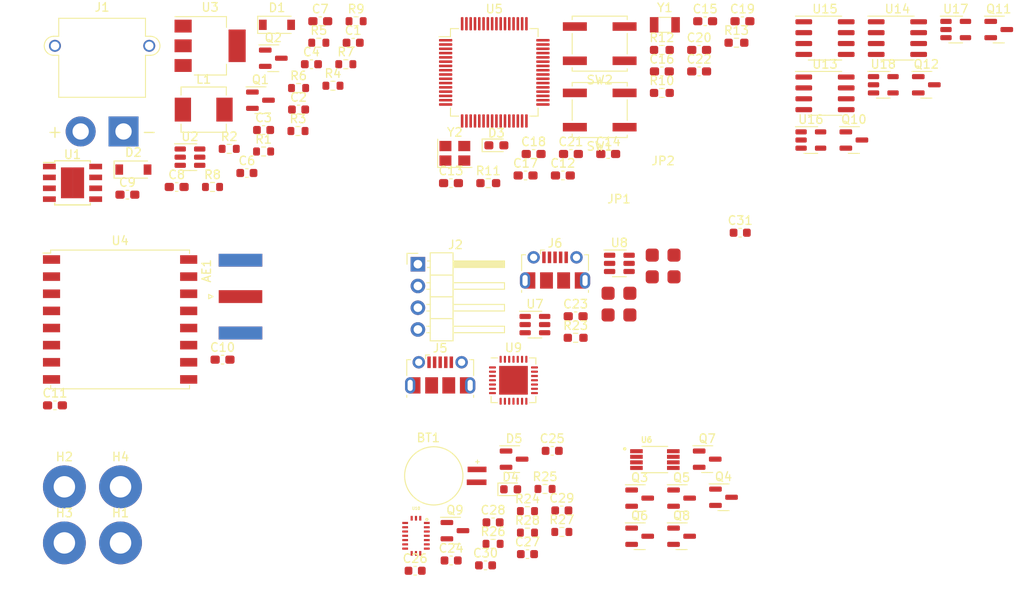
<source format=kicad_pcb>
(kicad_pcb (version 20211014) (generator pcbnew)
  (layers (0 "F.Cu" signal) (31 "B.Cu" signal) (34 "B.Paste" user) (35 "F.Paste" user) (36 "B.SilkS" user "B.Silkscreen") (37 "F.SilkS" user "F.Silkscreen") (38 "B.Mask" user) (39 "F.Mask" user) (44 "Edge.Cuts" user))
  (net 0 "")
  (net 1 "Net-(AE1-Pad1)")
  (net 2 "GND")
  (net 3 "/Sensors/V_BKCP")
  (net 4 "VDC")
  (net 5 "Net-(C2-Pad1)")
  (net 6 "Net-(C3-Pad1)")
  (net 7 "+5VA")
  (net 8 "Net-(C6-Pad1)")
  (net 9 "-BATT")
  (net 10 "+5V")
  (net 11 "+3V3")
  (net 12 "Net-(C12-Pad2)")
  (net 13 "Net-(C14-Pad1)")
  (net 14 "Net-(C16-Pad1)")
  (net 15 "/STM32F405/OSC32_IN")
  (net 16 "/STM32F405/OSC32_OUT")
  (net 17 "/STM32F405/OSC_IN")
  (net 18 "/STM32F405/OSC_OUT")
  (net 19 "VDD")
  (net 20 "Net-(D1-Pad2)")
  (net 21 "VBUS")
  (net 22 "Net-(D3-Pad1)")
  (net 23 "/STM32F405/INDICATOR_LED")
  (net 24 "Net-(D4-Pad2)")
  (net 26 "Net-(D5-Pad3)")
  (net 27 "+BATT")
  (net 28 "/Data_Interfaces/SWCLK")
  (net 29 "/Data_Interfaces/SWDIO")
  (net 30 "/Data_Interfaces/USB1_D-")
  (net 31 "/Data_Interfaces/USB1_D+")
  (net 33 "/Data_Interfaces/USB2_D-")
  (net 34 "/Data_Interfaces/USB2_D+")
  (net 36 "Net-(JP1-Pad1)")
  (net 37 "/Data_Interfaces/TX_RADIO")
  (net 38 "Net-(JP1-Pad3)")
  (net 39 "/Data_Interfaces/RX_RADIO")
  (net 40 "Net-(JP2-Pad1)")
  (net 41 "/Data_Interfaces/RTS_RADIO")
  (net 42 "Net-(JP2-Pad3)")
  (net 43 "/Data_Interfaces/CTS_RADIO")
  (net 44 "Net-(L1-Pad2)")
  (net 45 "Net-(Q3-Pad1)")
  (net 46 "Net-(Q3-Pad2)")
  (net 47 "/Actuators/MAIN+")
  (net 48 "Net-(Q4-Pad1)")
  (net 49 "/Actuators/MAIN-")
  (net 50 "Net-(Q5-Pad1)")
  (net 51 "Net-(Q5-Pad2)")
  (net 52 "/Actuators/DROGUE+")
  (net 53 "Net-(Q6-Pad1)")
  (net 54 "/Actuators/DROGUE-")
  (net 55 "Net-(Q7-Pad1)")
  (net 56 "Net-(Q7-Pad2)")
  (net 57 "/Actuators/AUX+")
  (net 58 "Net-(Q8-Pad1)")
  (net 59 "/Actuators/AUX-")
  (net 60 "Net-(Q9-Pad1)")
  (net 61 "/Sensors/GPS_RESET")
  (net 62 "Net-(Q10-Pad1)")
  (net 63 "/Continuity_Testing/DROGUE-")
  (net 64 "Net-(Q11-Pad1)")
  (net 65 "/Continuity_Testing/AUX-")
  (net 66 "Net-(Q12-Pad1)")
  (net 67 "Net-(Q12-Pad3)")
  (net 68 "/Power/BUCK_EN")
  (net 69 "Net-(R4-Pad2)")
  (net 70 "Net-(R5-Pad1)")
  (net 71 "Net-(R9-Pad1)")
  (net 72 "Net-(R10-Pad2)")
  (net 73 "/Data_Interfaces/USB_D-")
  (net 74 "/STM32F405/USB2_IN-")
  (net 75 "/Data_Interfaces/USB_D+")
  (net 76 "/STM32F405/USB2_IN+")
  (net 77 "Net-(R23-Pad1)")
  (net 78 "Net-(R24-Pad1)")
  (net 79 "/Sensors/GPS_PPS")
  (net 80 "/Sensors/GPS_RST")
  (net 81 "Net-(MOSFET1-Pad6)")
  (net 82 "Net-(MOSFET1-Pad4)")
  (net 84 "/915MHz_Radio/SPI_MISO")
  (net 85 "/915MHz_Radio/SPI_MOSI")
  (net 86 "/915MHz_Radio/SPI_CLK")
  (net 87 "/915MHz_Radio/CS_RF")
  (net 88 "/915MHz_Radio/RESET_RF")
  (net 89 "/915MHz_Radio/IO5_RF")
  (net 90 "/915MHz_Radio/IO3_RF")
  (net 91 "/915MHz_Radio/IO4_RF")
  (net 92 "/915MHz_Radio/IO0_RF")
  (net 93 "/915MHz_Radio/IO1_RF")
  (net 94 "/915MHz_Radio/IO2_RF")
  (net 101 "/Data_Interfaces/CTS_2")
  (net 102 "/Data_Interfaces/RTS_2")
  (net 103 "/Data_Interfaces/TX_2")
  (net 104 "/Data_Interfaces/RX_2")
  (net 131 "/Data_Interfaces/USB1_IN_D-")
  (net 132 "/Data_Interfaces/USB1_IN_D+")
  (net 150 "/Sensors/BMX_Int_2")
  (net 151 "/Sensors/BMX_DRDYM")
  (net 153 "/Sensors/SCL")
  (net 154 "/Sensors/BMX_Int_5")
  (net 155 "/Sensors/SDA")
  (net 156 "/Sensors/BMX_Int_3")
  (net 159 "/Sensors/BMX_Int_1")
  (net 161 "/Continuity_Testing/DROGUE+")
  (net 162 "Net-(R29-Pad2)")
  (net 163 "/Continuity_Testing/AUX+")
  (net 165 "/Continuity_Testing/MAIN+")
  (net 166 "Net-(R31-Pad2)")
  (net 167 "Net-(R30-Pad2)")
  (net 168 "/Continuity_Testing/DROGUE_Cont")
  (net 169 "Net-(R33-Pad2)")
  (net 170 "Net-(R32-Pad2)")
  (net 171 "/Continuity_Testing/AUX_Cont")
  (net 172 "Net-(R34-Pad2)")
  (net 173 "/Continuity_Testing/MAIN_Cont")
  (footprint "Footprints:SOP65P490X110-8N" (layer "F.Cu") (at 157.052 99.294)
    (fp_text reference "U6" (at -0.968 -2.3064) (layer "F.SilkS") (effects (font (size 0.64 0.64))))
    (fp_text value "LM358")
    (pad "1" smd roundrect locked (at -2.15 -0.975) (size 1.47 0.48) (layers "F.Cu" "F.Paste" "F.Mask") (roundrect_rratio 0.06))
    (pad "2" smd roundrect locked (at -2.15 -0.325) (size 1.47 0.48) (layers "F.Cu" "F.Paste" "F.Mask") (roundrect_rratio 0.06))
    (pad "3" smd roundrect locked (at -2.15 0.325) (size 1.47 0.48) (layers "F.Cu" "F.Paste" "F.Mask") (roundrect_rratio 0.06))
    (pad "4" smd roundrect locked (at -2.15 0.975) (size 1.47 0.48) (layers "F.Cu" "F.Paste" "F.Mask") (roundrect_rratio 0.06))
    (pad "5" smd roundrect locked (at 2.15 0.975) (size 1.47 0.48) (layers "F.Cu" "F.Paste" "F.Mask") (roundrect_rratio 0.06))
    (pad "6" smd roundrect locked (at 2.15 0.325) (size 1.47 0.48) (layers "F.Cu" "F.Paste" "F.Mask") (roundrect_rratio 0.06))
    (pad "7" smd roundrect locked (at 2.15 -0.325) (size 1.47 0.48) (layers "F.Cu" "F.Paste" "F.Mask") (roundrect_rratio 0.06))
    (pad "8" smd roundrect locked (at 2.15 -0.975) (size 1.47 0.48) (layers "F.Cu" "F.Paste" "F.Mask") (roundrect_rratio 0.06))
  )
  (footprint "Footprints:BMX055" (layer "F.Cu") (at 129.182 108.194)
    (fp_text reference "U10" (at 0.016015 -3.207001) (layer "F.SilkS") (effects (font (size 0.32038 0.32038))))
    (fp_text value "BMX055")
    (pad "1" smd roundrect locked (at 1.2625 -1.5) (size 0.675 0.25) (layers "F.Cu" "F.Paste" "F.Mask") (roundrect_rratio 0.02) (net 150 "/Sensors/BMX_Int_2"))
    (pad "2" smd roundrect locked (at 1.2625 -1) (size 0.675 0.25) (layers "F.Cu" "F.Paste" "F.Mask") (roundrect_rratio 0.02) (net 151 "/Sensors/BMX_DRDYM"))
    (pad "3" smd roundrect locked (at 1.2625 -0.5) (size 0.675 0.25) (layers "F.Cu" "F.Paste" "F.Mask") (roundrect_rratio 0.02) (net 19 "VDD"))
    (pad "4" smd roundrect locked (at 1.2625 0) (size 0.675 0.25) (layers "F.Cu" "F.Paste" "F.Mask") (roundrect_rratio 0.02) (net 2 "GND"))
    (pad "5" smd roundrect locked (at 1.2625 0.5) (size 0.675 0.25) (layers "F.Cu" "F.Paste" "F.Mask") (roundrect_rratio 0.02))
    (pad "6" smd roundrect locked (at 1.2625 1) (size 0.675 0.25) (layers "F.Cu" "F.Paste" "F.Mask") (roundrect_rratio 0.02) (net 2 "GND"))
    (pad "7" smd roundrect locked (at 1.2625 1.5) (size 0.675 0.25) (layers "F.Cu" "F.Paste" "F.Mask") (roundrect_rratio 0.02) (net 19 "VDD"))
    (pad "8" smd roundrect locked (at 0.5 2.05 90) (size 0.55 0.25) (layers "F.Cu" "F.Paste" "F.Mask") (roundrect_rratio 0.02))
    (pad "9" smd roundrect locked (at 0 2.05 90) (size 0.55 0.25) (layers "F.Cu" "F.Paste" "F.Mask") (roundrect_rratio 0.02) (net 153 "/Sensors/SCL"))
    (pad "10" smd roundrect locked (at -0.5 2.05 90) (size 0.55 0.25) (layers "F.Cu" "F.Paste" "F.Mask") (roundrect_rratio 0.02) (net 154 "/Sensors/BMX_Int_5"))
    (pad "11" smd roundrect locked (at -1.2625 1.5) (size 0.675 0.25) (layers "F.Cu" "F.Paste" "F.Mask") (roundrect_rratio 0.02) (net 155 "/Sensors/SDA"))
    (pad "12" smd roundrect locked (at -1.2625 1) (size 0.675 0.25) (layers "F.Cu" "F.Paste" "F.Mask") (roundrect_rratio 0.02) (net 2 "GND"))
    (pad "13" smd roundrect locked (at -1.2625 0.5) (size 0.675 0.25) (layers "F.Cu" "F.Paste" "F.Mask") (roundrect_rratio 0.02) (net 19 "VDD"))
    (pad "14" smd roundrect locked (at -1.2625 0) (size 0.675 0.25) (layers "F.Cu" "F.Paste" "F.Mask") (roundrect_rratio 0.02) (net 156 "/Sensors/BMX_Int_3"))
    (pad "15" smd roundrect locked (at -1.2625 -0.5) (size 0.675 0.25) (layers "F.Cu" "F.Paste" "F.Mask") (roundrect_rratio 0.02))
    (pad "16" smd roundrect locked (at -1.2625 -1) (size 0.675 0.25) (layers "F.Cu" "F.Paste" "F.Mask") (roundrect_rratio 0.02))
    (pad "17" smd roundrect locked (at -1.2625 -1.5) (size 0.675 0.25) (layers "F.Cu" "F.Paste" "F.Mask") (roundrect_rratio 0.02) (net 2 "GND"))
    (pad "18" smd roundrect locked (at -0.5 -2.05 90) (size 0.55 0.25) (layers "F.Cu" "F.Paste" "F.Mask") (roundrect_rratio 0.02))
    (pad "19" smd roundrect locked (at 0 -2.05 90) (size 0.55 0.25) (layers "F.Cu" "F.Paste" "F.Mask") (roundrect_rratio 0.02) (net 159 "/Sensors/BMX_Int_1"))
    (pad "20" smd roundrect locked (at 0.5 -2.05 90) (size 0.55 0.25) (layers "F.Cu" "F.Paste" "F.Mask") (roundrect_rratio 0.02) (net 2 "GND"))
  )
  (footprint "Resistor_SMD:R_0603_1608Metric" (layer "F.Cu") (at 144.237 102.724)
    (fp_text reference "R25" (at 0 -1.43) (layer "F.SilkS"))
    (fp_text value "R_Small")
    (pad "1" smd roundrect (at -0.825 0) (size 0.8 0.95) (layers "F.Cu" "F.Paste" "F.Mask") (net 78 "Net-(R24-Pad1)"))
    (pad "2" smd roundrect (at 0.825 0) (size 0.8 0.95) (layers "F.Cu" "F.Paste" "F.Mask") (net 79 "/Sensors/GPS_PPS"))
  )
  (footprint "Resistor_SMD:R_0603_1608Metric" (layer "F.Cu") (at 142.187 105.314)
    (fp_text reference "R24" (at 0 -1.43) (layer "F.SilkS"))
    (fp_text value "1k")
    (pad "1" smd roundrect (at -0.825 0) (size 0.8 0.95) (layers "F.Cu" "F.Paste" "F.Mask") (net 78 "Net-(R24-Pad1)"))
    (pad "2" smd roundrect (at 0.825 0) (size 0.8 0.95) (layers "F.Cu" "F.Paste" "F.Mask") (net 24 "Net-(D4-Pad2)"))
  )
  (footprint "Capacitor_SMD:C_0603_1608Metric" (layer "F.Cu") (at 133.287 111.074)
    (fp_text reference "C24" (at 0 -1.43) (layer "F.SilkS"))
    (fp_text value "100nF")
    (pad "1" smd roundrect (at -0.775 0) (size 0.9 0.95) (layers "F.Cu" "F.Paste" "F.Mask") (net 19 "VDD"))
    (pad "2" smd roundrect (at 0.775 0) (size 0.9 0.95) (layers "F.Cu" "F.Paste" "F.Mask") (net 2 "GND"))
  )
  (footprint "Package_TO_SOT_SMD:SOT-23-5" (layer "F.Cu") (at 192.147 49.084)
    (fp_text reference "U17" (at 0 -2.4) (layer "F.SilkS"))
    (fp_text value "LM321")
    (pad "1" smd roundrect (at -1.1375 -0.95) (size 1.325 0.6) (layers "F.Cu" "F.Paste" "F.Mask") (net 169 "Net-(R33-Pad2)"))
    (pad "2" smd roundrect (at -1.1375 0) (size 1.325 0.6) (layers "F.Cu" "F.Paste" "F.Mask") (net 11 "+3V3"))
    (pad "3" smd roundrect (at -1.1375 0.95) (size 1.325 0.6) (layers "F.Cu" "F.Paste" "F.Mask") (net 170 "Net-(R32-Pad2)"))
    (pad "4" smd roundrect (at 1.1375 0.95) (size 1.325 0.6) (layers "F.Cu" "F.Paste" "F.Mask") (net 171 "/Continuity_Testing/AUX_Cont"))
    (pad "5" smd roundrect (at 1.1375 -0.95) (size 1.325 0.6) (layers "F.Cu" "F.Paste" "F.Mask") (net 2 "GND"))
  )
  (footprint "Button_Switch_SMD:SW_Push_1P1T_NO_CK_KSC6xxJ" (layer "F.Cu") (at 150.617 58.484)
    (fp_text reference "SW1" (at 0 4.24) (layer "F.SilkS"))
    (fp_text value "SW_Push")
    (pad "1" smd rect (at -2.9 -2) (size 2.8 1) (layers "F.Cu" "F.Paste" "F.Mask") (net 11 "+3V3"))
    (pad "1" smd rect (at 2.9 -2) (size 2.8 1) (layers "F.Cu" "F.Paste" "F.Mask") (net 11 "+3V3"))
    (pad "2" smd rect (at 2.9 2) (size 2.8 1) (layers "F.Cu" "F.Paste" "F.Mask") (net 72 "Net-(R10-Pad2)"))
    (pad "2" smd rect (at -2.9 2) (size 2.8 1) (layers "F.Cu" "F.Paste" "F.Mask") (net 72 "Net-(R10-Pad2)"))
  )
  (footprint "Capacitor_SMD:C_0603_1608Metric_Pad1.08x0.95mm_HandSolder" (layer "F.Cu") (at 162.217 53.974)
    (fp_text reference "C22" (at 0 -1.43) (layer "F.SilkS"))
    (fp_text value "18pF")
    (pad "1" smd roundrect (at -0.8625 0) (size 1.075 0.95) (layers "F.Cu" "F.Paste" "F.Mask") (net 18 "/STM32F405/OSC_OUT"))
    (pad "2" smd roundrect (at 0.8625 0) (size 1.075 0.95) (layers "F.Cu" "F.Paste" "F.Mask") (net 2 "GND"))
  )
  (footprint "Package_TO_SOT_SMD:SOT-23" (layer "F.Cu") (at 160.167 108.244)
    (fp_text reference "Q8" (at 0 -2.4) (layer "F.SilkS"))
    (fp_text value "AP2300")
    (pad "1" smd roundrect (at -0.9375 -0.95) (size 1.475 0.6) (layers "F.Cu" "F.Paste" "F.Mask") (net 58 "Net-(Q8-Pad1)"))
    (pad "2" smd roundrect (at -0.9375 0.95) (size 1.475 0.6) (layers "F.Cu" "F.Paste" "F.Mask") (net 2 "GND"))
    (pad "3" smd roundrect (at 0.9375 0) (size 1.475 0.6) (layers "F.Cu" "F.Paste" "F.Mask") (net 59 "/Actuators/AUX-"))
  )
  (footprint "Package_TO_SOT_SMD:SOT-23-5" (layer "F.Cu") (at 175.247 61.984)
    (fp_text reference "U16" (at 0 -2.4) (layer "F.SilkS"))
    (fp_text value "LM321")
    (pad "1" smd roundrect (at -1.1375 -0.95) (size 1.325 0.6) (layers "F.Cu" "F.Paste" "F.Mask") (net 166 "Net-(R31-Pad2)"))
    (pad "2" smd roundrect (at -1.1375 0) (size 1.325 0.6) (layers "F.Cu" "F.Paste" "F.Mask") (net 11 "+3V3"))
    (pad "3" smd roundrect (at -1.1375 0.95) (size 1.325 0.6) (layers "F.Cu" "F.Paste" "F.Mask") (net 167 "Net-(R30-Pad2)"))
    (pad "4" smd roundrect (at 1.1375 0.95) (size 1.325 0.6) (layers "F.Cu" "F.Paste" "F.Mask") (net 168 "/Continuity_Testing/DROGUE_Cont"))
    (pad "5" smd roundrect (at 1.1375 -0.95) (size 1.325 0.6) (layers "F.Cu" "F.Paste" "F.Mask") (net 2 "GND"))
  )
  (footprint "Inductor_SMD:L_Vishay_IHLP-2020" (layer "F.Cu") (at 104.417 58.434)
    (fp_text reference "L1" (at 0 -3.54) (layer "F.SilkS"))
    (fp_text value "3.3u")
    (pad "1" smd rect (at -2.4265 0) (size 1.903 2.79) (layers "F.Cu" "F.Paste" "F.Mask") (net 4 "VDC"))
    (pad "2" smd rect (at 2.4265 0) (size 1.903 2.79) (layers "F.Cu" "F.Paste" "F.Mask") (net 44 "Net-(L1-Pad2)"))
  )
  (footprint "Capacitor_SMD:C_0603_1608Metric" (layer "F.Cu") (at 167.007 72.804)
    (fp_text reference "C31" (at 0 -1.43) (layer "F.SilkS"))
    (fp_text value "100nF")
    (pad "1" smd roundrect (at -0.775 0) (size 0.9 0.95) (layers "F.Cu" "F.Paste" "F.Mask") (net 19 "VDD"))
    (pad "2" smd roundrect (at 0.775 0) (size 0.9 0.95) (layers "F.Cu" "F.Paste" "F.Mask") (net 2 "GND"))
  )
  (footprint "Resistor_SMD:R_0603_1608Metric" (layer "F.Cu") (at 107.397 63.014)
    (fp_text reference "R2" (at 0 -1.43) (layer "F.SilkS"))
    (fp_text value "NC")
    (pad "1" smd roundrect (at -0.825 0) (size 0.8 0.95) (layers "F.Cu" "F.Paste" "F.Mask") (net 44 "Net-(L1-Pad2)"))
    (pad "2" smd roundrect (at 0.825 0) (size 0.8 0.95) (layers "F.Cu" "F.Paste" "F.Mask") (net 6 "Net-(C3-Pad1)"))
  )
  (footprint "Package_TO_SOT_SMD:SOT-23" (layer "F.Cu") (at 163.157 99.244)
    (fp_text reference "Q7" (at 0 -2.4) (layer "F.SilkS"))
    (fp_text value "AO3401A")
    (pad "1" smd roundrect (at -0.9375 -0.95) (size 1.475 0.6) (layers "F.Cu" "F.Paste" "F.Mask") (net 55 "Net-(Q7-Pad1)"))
    (pad "2" smd roundrect (at -0.9375 0.95) (size 1.475 0.6) (layers "F.Cu" "F.Paste" "F.Mask") (net 56 "Net-(Q7-Pad2)"))
    (pad "3" smd roundrect (at 0.9375 0) (size 1.475 0.6) (layers "F.Cu" "F.Paste" "F.Mask") (net 57 "/Actuators/AUX+"))
  )
  (footprint "Package_TO_SOT_SMD:SOT-23" (layer "F.Cu") (at 111.037 57.334)
    (fp_text reference "Q1" (at 0 -2.4) (layer "F.SilkS"))
    (fp_text value "??")
    (pad "1" smd roundrect (at -0.9375 -0.95) (size 1.475 0.6) (layers "F.Cu" "F.Paste" "F.Mask") (net 20 "Net-(D1-Pad2)"))
    (pad "2" smd roundrect (at -0.9375 0.95) (size 1.475 0.6) (layers "F.Cu" "F.Paste" "F.Mask") (net 4 "VDC"))
    (pad "3" smd roundrect (at 0.9375 0) (size 1.475 0.6) (layers "F.Cu" "F.Paste" "F.Mask") (net 27 "+BATT"))
  )
  (footprint "Capacitor_SMD:C_0603_1608Metric" (layer "F.Cu") (at 111.407 60.814)
    (fp_text reference "C3" (at 0 -1.43) (layer "F.SilkS"))
    (fp_text value "NC")
    (pad "1" smd roundrect (at -0.775 0) (size 0.9 0.95) (layers "F.Cu" "F.Paste" "F.Mask") (net 6 "Net-(C3-Pad1)"))
    (pad "2" smd roundrect (at 0.775 0) (size 0.9 0.95) (layers "F.Cu" "F.Paste" "F.Mask") (net 2 "GND"))
  )
  (footprint "Capacitor_SMD:C_0603_1608Metric" (layer "F.Cu") (at 121.857 50.624)
    (fp_text reference "C1" (at 0 -1.43) (layer "F.SilkS"))
    (fp_text value "22u")
    (pad "1" smd roundrect (at -0.775 0) (size 0.9 0.95) (layers "F.Cu" "F.Paste" "F.Mask") (net 4 "VDC"))
    (pad "2" smd roundrect (at 0.775 0) (size 0.9 0.95) (layers "F.Cu" "F.Paste" "F.Mask") (net 2 "GND"))
  )
  (footprint "Package_DFN_QFN:QFN-28-1EP_5x5mm_P0.5mm_EP3.35x3.35mm" (layer "F.Cu") (at 140.557 90.034)
    (fp_text reference "U9" (at 0 -3.8) (layer "F.SilkS"))
    (fp_text value "CP2102N-Axx-xQFN28")
    (pad "1" smd roundrect (at -2.45 -1.5) (size 0.8 0.25) (layers "F.Cu" "F.Paste" "F.Mask"))
    (pad "2" smd roundrect (at -2.45 -1) (size 0.8 0.25) (layers "F.Cu" "F.Paste" "F.Mask"))
    (pad "3" smd roundrect (at -2.45 -0.5) (size 0.8 0.25) (layers "F.Cu" "F.Paste" "F.Mask") (net 2 "GND"))
    (pad "4" smd roundrect (at -2.45 0) (size 0.8 0.25) (layers "F.Cu" "F.Paste" "F.Mask") (net 132 "/Data_Interfaces/USB1_IN_D+"))
    (pad "5" smd roundrect (at -2.45 0.5) (size 0.8 0.25) (layers "F.Cu" "F.Paste" "F.Mask") (net 131 "/Data_Interfaces/USB1_IN_D-"))
    (pad "6" smd roundrect (at -2.45 1) (size 0.8 0.25) (layers "F.Cu" "F.Paste" "F.Mask") (net 11 "+3V3"))
    (pad "7" smd roundrect (at -2.45 1.5) (size 0.8 0.25) (layers "F.Cu" "F.Paste" "F.Mask") (net 11 "+3V3"))
    (pad "8" smd roundrect (at -1.5 2.45) (size 0.25 0.8) (layers "F.Cu" "F.Paste" "F.Mask") (net 21 "VBUS"))
    (pad "9" smd roundrect (at -1 2.45) (size 0.25 0.8) (layers "F.Cu" "F.Paste" "F.Mask") (net 77 "Net-(R23-Pad1)"))
    (pad "10" smd roundrect (at -0.5 2.45) (size 0.25 0.8) (layers "F.Cu" "F.Paste" "F.Mask"))
    (pad "11" smd roundrect (at 0 2.45) (size 0.25 0.8) (layers "F.Cu" "F.Paste" "F.Mask"))
    (pad "12" smd roundrect (at 0.5 2.45) (size 0.25 0.8) (layers "F.Cu" "F.Paste" "F.Mask"))
    (pad "13" smd roundrect (at 1 2.45) (size 0.25 0.8) (layers "F.Cu" "F.Paste" "F.Mask"))
    (pad "14" smd roundrect (at 1.5 2.45) (size 0.25 0.8) (layers "F.Cu" "F.Paste" "F.Mask"))
    (pad "15" smd roundrect (at 2.45 1.5) (size 0.8 0.25) (layers "F.Cu" "F.Paste" "F.Mask"))
    (pad "16" smd roundrect (at 2.45 1) (size 0.8 0.25) (layers "F.Cu" "F.Paste" "F.Mask"))
    (pad "17" smd roundrect (at 2.45 0.5) (size 0.8 0.25) (layers "F.Cu" "F.Paste" "F.Mask"))
    (pad "18" smd roundrect (at 2.45 0) (size 0.8 0.25) (layers "F.Cu" "F.Paste" "F.Mask"))
    (pad "19" smd roundrect (at 2.45 -0.5) (size 0.8 0.25) (layers "F.Cu" "F.Paste" "F.Mask"))
    (pad "20" smd roundrect (at 2.45 -1) (size 0.8 0.25) (layers "F.Cu" "F.Paste" "F.Mask"))
    (pad "21" smd roundrect (at 2.45 -1.5) (size 0.8 0.25) (layers "F.Cu" "F.Paste" "F.Mask"))
    (pad "22" smd roundrect (at 1.5 -2.45) (size 0.25 0.8) (layers "F.Cu" "F.Paste" "F.Mask"))
    (pad "23" smd roundrect (at 1 -2.45) (size 0.25 0.8) (layers "F.Cu" "F.Paste" "F.Mask") (net 42 "Net-(JP2-Pad3)"))
    (pad "24" smd roundrect (at 0.5 -2.45) (size 0.25 0.8) (layers "F.Cu" "F.Paste" "F.Mask") (net 40 "Net-(JP2-Pad1)"))
    (pad "25" smd roundrect (at 0 -2.45) (size 0.25 0.8) (layers "F.Cu" "F.Paste" "F.Mask") (net 38 "Net-(JP1-Pad3)"))
    (pad "26" smd roundrect (at -0.5 -2.45) (size 0.25 0.8) (layers "F.Cu" "F.Paste" "F.Mask") (net 36 "Net-(JP1-Pad1)"))
    (pad "27" smd roundrect (at -1 -2.45) (size 0.25 0.8) (layers "F.Cu" "F.Paste" "F.Mask"))
    (pad "28" smd roundrect (at -1.5 -2.45) (size 0.25 0.8) (layers "F.Cu" "F.Paste" "F.Mask"))
    (pad "29" smd rect (at 0 0) (size 3.35 3.35) (layers "F.Cu" "F.Mask") (net 2 "GND"))
  )
  (footprint "Capacitor_SMD:C_0603_1608Metric_Pad1.08x0.95mm_HandSolder" (layer "F.Cu") (at 133.267 67.014)
    (fp_text reference "C13" (at 0 -1.43) (layer "F.SilkS"))
    (fp_text value "100nF")
    (pad "1" smd roundrect (at -0.8625 0) (size 1.075 0.95) (layers "F.Cu" "F.Paste" "F.Mask") (net 11 "+3V3"))
    (pad "2" smd roundrect (at 0.8625 0) (size 1.075 0.95) (layers "F.Cu" "F.Paste" "F.Mask") (net 2 "GND"))
  )
  (footprint "Package_TO_SOT_SMD:SOT-23" (layer "F.Cu") (at 155.277 108.244)
    (fp_text reference "Q6" (at 0 -2.4) (layer "F.SilkS"))
    (fp_text value "AP2300")
    (pad "1" smd roundrect (at -0.9375 -0.95) (size 1.475 0.6) (layers "F.Cu" "F.Paste" "F.Mask") (net 53 "Net-(Q6-Pad1)"))
    (pad "2" smd roundrect (at -0.9375 0.95) (size 1.475 0.6) (layers "F.Cu" "F.Paste" "F.Mask") (net 2 "GND"))
    (pad "3" smd roundrect (at 0.9375 0) (size 1.475 0.6) (layers "F.Cu" "F.Paste" "F.Mask") (net 54 "/Actuators/DROGUE-"))
  )
  (footprint "Capacitor_SMD:C_0603_1608Metric_Pad1.08x0.95mm_HandSolder" (layer "F.Cu") (at 87.067 92.964)
    (fp_text reference "C11" (at 0 -1.43) (layer "F.SilkS"))
    (fp_text value "10uF")
    (pad "1" smd roundrect (at -0.8625 0) (size 1.075 0.95) (layers "F.Cu" "F.Paste" "F.Mask") (net 11 "+3V3"))
    (pad "2" smd roundrect (at 0.8625 0) (size 1.075 0.95) (layers "F.Cu" "F.Paste" "F.Mask") (net 2 "GND"))
  )
  (footprint "Capacitor_SMD:C_0603_1608Metric_Pad1.08x0.95mm_HandSolder" (layer "F.Cu") (at 141.967 66.124)
    (fp_text reference "C17" (at 0 -1.43) (layer "F.SilkS"))
    (fp_text value "10nF")
    (pad "1" smd roundrect (at -0.8625 0) (size 1.075 0.95) (layers "F.Cu" "F.Paste" "F.Mask") (net 11 "+3V3"))
    (pad "2" smd roundrect (at 0.8625 0) (size 1.075 0.95) (layers "F.Cu" "F.Paste" "F.Mask") (net 2 "GND"))
  )
  (footprint "Capacitor_SMD:C_0603_1608Metric" (layer "F.Cu") (at 142.187 110.334)
    (fp_text reference "C27" (at 0 -1.43) (layer "F.SilkS"))
    (fp_text value "100nF")
    (pad "1" smd roundrect (at -0.775 0) (size 0.9 0.95) (layers "F.Cu" "F.Paste" "F.Mask") (net 19 "VDD"))
    (pad "2" smd roundrect (at 0.775 0) (size 0.9 0.95) (layers "F.Cu" "F.Paste" "F.Mask") (net 2 "GND"))
  )
  (footprint "Button_Switch_SMD:SW_Push_1P1T_NO_CK_KSC6xxJ" (layer "F.Cu") (at 150.617 50.734)
    (fp_text reference "SW2" (at 0 4.24) (layer "F.SilkS"))
    (fp_text value "SW_Push")
    (pad "1" smd rect (at 2.9 -2) (size 2.8 1) (layers "F.Cu" "F.Paste" "F.Mask") (net 2 "GND"))
    (pad "1" smd rect (at -2.9 -2) (size 2.8 1) (layers "F.Cu" "F.Paste" "F.Mask") (net 2 "GND"))
    (pad "2" smd rect (at -2.9 2) (size 2.8 1) (layers "F.Cu" "F.Paste" "F.Mask") (net 12 "Net-(C12-Pad2)"))
    (pad "2" smd rect (at 2.9 2) (size 2.8 1) (layers "F.Cu" "F.Paste" "F.Mask") (net 12 "Net-(C12-Pad2)"))
  )
  (footprint "LED_SMD:LED_0603_1608Metric" (layer "F.Cu") (at 140.227 102.764)
    (fp_text reference "D4" (at 0 -1.43) (layer "F.SilkS"))
    (fp_text value "LED_BLUE")
    (pad "1" smd roundrect (at -0.7875 0) (size 0.875 0.95) (layers "F.Cu" "F.Paste" "F.Mask") (net 2 "GND"))
    (pad "2" smd roundrect (at 0.7875 0) (size 0.875 0.95) (layers "F.Cu" "F.Paste" "F.Mask") (net 24 "Net-(D4-Pad2)"))
  )
  (footprint "Resistor_SMD:R_0603_1608Metric" (layer "F.Cu") (at 138.177 109.134)
    (fp_text reference "R26" (at 0 -1.43) (layer "F.SilkS"))
    (fp_text value "1k")
    (pad "1" smd roundrect (at -0.825 0) (size 0.8 0.95) (layers "F.Cu" "F.Paste" "F.Mask") (net 80 "/Sensors/GPS_RST"))
    (pad "2" smd roundrect (at 0.825 0) (size 0.8 0.95) (layers "F.Cu" "F.Paste" "F.Mask") (net 60 "Net-(Q9-Pad1)"))
  )
  (footprint "Resistor_SMD:R_0603_1608Metric_Pad0.98x0.95mm_HandSolder" (layer "F.Cu") (at 157.867 51.464)
    (fp_text reference "R12" (at 0 -1.43) (layer "F.SilkS"))
    (fp_text value "10R")
    (pad "1" smd roundrect (at -0.9125 0) (size 0.975 0.95) (layers "F.Cu" "F.Paste" "F.Mask") (net 75 "/Data_Interfaces/USB_D+"))
    (pad "2" smd roundrect (at 0.9125 0) (size 0.975 0.95) (layers "F.Cu" "F.Paste" "F.Mask") (net 76 "/STM32F405/USB2_IN+"))
  )
  (footprint "Package_SO:SOIC-8_3.9x4.9mm_P1.27mm" (layer "F.Cu") (at 185.347 50.084)
    (fp_text reference "U14" (at 0 -3.4) (layer "F.SilkS"))
    (fp_text value "LM334M")
    (pad "1" smd roundrect (at -2.475 -1.905) (size 1.95 0.6) (layers "F.Cu" "F.Paste" "F.Mask") (net 162 "Net-(R29-Pad2)"))
    (pad "2" smd roundrect (at -2.475 -0.635) (size 1.95 0.6) (layers "F.Cu" "F.Paste" "F.Mask") (net 163 "/Continuity_Testing/AUX+"))
    (pad "3" smd roundrect (at -2.475 0.635) (size 1.95 0.6) (layers "F.Cu" "F.Paste" "F.Mask") (net 163 "/Continuity_Testing/AUX+"))
    (pad "4" smd roundrect (at -2.475 1.905) (size 1.95 0.6) (layers "F.Cu" "F.Paste" "F.Mask") (net 4 "VDC"))
    (pad "5" smd roundrect (at 2.475 1.905) (size 1.95 0.6) (layers "F.Cu" "F.Paste" "F.Mask"))
    (pad "6" smd roundrect (at 2.475 0.635) (size 1.95 0.6) (layers "F.Cu" "F.Paste" "F.Mask") (net 163 "/Continuity_Testing/AUX+"))
    (pad "7" smd roundrect (at 2.475 -0.635) (size 1.95 0.6) (layers "F.Cu" "F.Paste" "F.Mask") (net 163 "/Continuity_Testing/AUX+"))
    (pad "8" smd roundrect (at 2.475 -1.905) (size 1.95 0.6) (layers "F.Cu" "F.Paste" "F.Mask"))
  )
  (footprint "Connector_PinHeader_2.54mm:PinHeader_1x04_P2.54mm_Horizontal" (layer "F.Cu") (at 129.407 76.484)
    (fp_text reference "J2" (at 4.385 -2.27) (layer "F.SilkS"))
    (fp_text value "Conn_01x04")
    (pad "1" thru_hole rect (at 0 0) (size 1.7 1.7) (drill 1) (layers *.Cu *.Mask) (net 2 "GND"))
    (pad "2" thru_hole oval (at 0 2.54) (size 1.7 1.7) (drill 1) (layers *.Cu *.Mask) (net 28 "/Data_Interfaces/SWCLK"))
    (pad "3" thru_hole oval (at 0 5.08) (size 1.7 1.7) (drill 1) (layers *.Cu *.Mask) (net 29 "/Data_Interfaces/SWDIO"))
    (pad "4" thru_hole oval (at 0 7.62) (size 1.7 1.7) (drill 1) (layers *.Cu *.Mask) (net 11 "+3V3"))
  )
  (footprint "Footprints:BAT_MS621FE-FL11E" (layer "F.Cu") (at 131.257 101.194)
    (fp_text reference "BT1" (at -0.635 -4.445) (layer "F.SilkS"))
    (fp_text value "MS621FE-FL11E")
    (pad "+" smd rect locked (at 5.05 -0.75) (size 2.2 0.65) (layers "F.Cu" "F.Paste" "F.Mask") (net 3 "/Sensors/V_BKCP"))
    (pad "-" smd rect locked (at 5 0.75) (size 2.3 0.65) (layers "F.Cu" "F.Paste" "F.Mask") (net 2 "GND"))
  )
  (footprint "Package_QFP:LQFP-64_10x10mm_P0.5mm" (layer "F.Cu") (at 138.317 54.084)
    (fp_text reference "U5" (at 0 -7.4) (layer "F.SilkS"))
    (fp_text value "STM32F405RGTx")
    (pad "1" smd roundrect (at -5.675 -3.75) (size 1.55 0.3) (layers "F.Cu" "F.Paste" "F.Mask"))
    (pad "2" smd roundrect (at -5.675 -3.25) (size 1.55 0.3) (layers "F.Cu" "F.Paste" "F.Mask"))
    (pad "3" smd roundrect (at -5.675 -2.75) (size 1.55 0.3) (layers "F.Cu" "F.Paste" "F.Mask") (net 15 "/STM32F405/OSC32_IN"))
    (pad "4" smd roundrect (at -5.675 -2.25) (size 1.55 0.3) (layers "F.Cu" "F.Paste" "F.Mask") (net 16 "/STM32F405/OSC32_OUT"))
    (pad "5" smd roundrect (at -5.675 -1.75) (size 1.55 0.3) (layers "F.Cu" "F.Paste" "F.Mask") (net 17 "/STM32F405/OSC_IN"))
    (pad "6" smd roundrect (at -5.675 -1.25) (size 1.55 0.3) (layers "F.Cu" "F.Paste" "F.Mask") (net 18 "/STM32F405/OSC_OUT"))
    (pad "7" smd roundrect (at -5.675 -0.75) (size 1.55 0.3) (layers "F.Cu" "F.Paste" "F.Mask") (net 12 "Net-(C12-Pad2)"))
    (pad "8" smd roundrect (at -5.675 -0.25) (size 1.55 0.3) (layers "F.Cu" "F.Paste" "F.Mask"))
    (pad "9" smd roundrect (at -5.675 0.25) (size 1.55 0.3) (layers "F.Cu" "F.Paste" "F.Mask"))
    (pad "10" smd roundrect (at -5.675 0.75) (size 1.55 0.3) (layers "F.Cu" "F.Paste" "F.Mask"))
    (pad "11" smd roundrect (at -5.675 1.25) (size 1.55 0.3) (layers "F.Cu" "F.Paste" "F.Mask"))
    (pad "12" smd roundrect (at -5.675 1.75) (size 1.55 0.3) (layers "F.Cu" "F.Paste" "F.Mask") (net 2 "GND"))
    (pad "13" smd roundrect (at -5.675 2.25) (size 1.55 0.3) (layers "F.Cu" "F.Paste" "F.Mask") (net 11 "+3V3"))
    (pad "14" smd roundrect (at -5.675 2.75) (size 1.55 0.3) (layers "F.Cu" "F.Paste" "F.Mask") (net 101 "/Data_Interfaces/CTS_2"))
    (pad "15" smd roundrect (at -5.675 3.25) (size 1.55 0.3) (layers "F.Cu" "F.Paste" "F.Mask") (net 102 "/Data_Interfaces/RTS_2"))
    (pad "16" smd roundrect (at -5.675 3.75) (size 1.55 0.3) (layers "F.Cu" "F.Paste" "F.Mask") (net 103 "/Data_Interfaces/TX_2"))
    (pad "17" smd roundrect (at -3.75 5.675) (size 0.3 1.55) (layers "F.Cu" "F.Paste" "F.Mask") (net 104 "/Data_Interfaces/RX_2"))
    (pad "18" smd roundrect (at -3.25 5.675) (size 0.3 1.55) (layers "F.Cu" "F.Paste" "F.Mask") (net 2 "GND"))
    (pad "19" smd roundrect (at -2.75 5.675) (size 0.3 1.55) (layers "F.Cu" "F.Paste" "F.Mask") (net 11 "+3V3"))
    (pad "20" smd roundrect (at -2.25 5.675) (size 0.3 1.55) (layers "F.Cu" "F.Paste" "F.Mask") (net 87 "/915MHz_Radio/CS_RF"))
    (pad "21" smd roundrect (at -1.75 5.675) (size 0.3 1.55) (layers "F.Cu" "F.Paste" "F.Mask") (net 86 "/915MHz_Radio/SPI_CLK"))
    (pad "22" smd roundrect (at -1.25 5.675) (size 0.3 1.55) (layers "F.Cu" "F.Paste" "F.Mask") (net 84 "/915MHz_Radio/SPI_MISO"))
    (pad "23" smd roundrect (at -0.75 5.675) (size 0.3 1.55) (layers "F.Cu" "F.Paste" "F.Mask") (net 85 "/915MHz_Radio/SPI_MOSI"))
    (pad "24" smd roundrect (at -0.25 5.675) (size 0.3 1.55) (layers "F.Cu" "F.Paste" "F.Mask"))
    (pad "25" smd roundrect (at 0.25 5.675) (size 0.3 1.55) (layers "F.Cu" "F.Paste" "F.Mask"))
    (pad "26" smd roundrect (at 0.75 5.675) (size 0.3 1.55) (layers "F.Cu" "F.Paste" "F.Mask") (net 88 "/915MHz_Radio/RESET_RF"))
    (pad "27" smd roundrect (at 1.25 5.675) (size 0.3 1.55) (layers "F.Cu" "F.Paste" "F.Mask") (net 92 "/915MHz_Radio/IO0_RF"))
    (pad "28" smd roundrect (at 1.75 5.675) (size 0.3 1.55) (layers "F.Cu" "F.Paste" "F.Mask"))
    (pad "29" smd roundrect (at 2.25 5.675) (size 0.3 1.55) (layers "F.Cu" "F.Paste" "F.Mask") (net 93 "/915MHz_Radio/IO1_RF"))
    (pad "30" smd roundrect (at 2.75 5.675) (size 0.3 1.55) (layers "F.Cu" "F.Paste" "F.Mask") (net 94 "/915MHz_Radio/IO2_RF"))
    (pad "31" smd roundrect (at 3.25 5.675) (size 0.3 1.55) (layers "F.Cu" "F.Paste" "F.Mask") (net 13 "Net-(C14-Pad1)"))
    (pad "32" smd roundrect (at 3.75 5.675) (size 0.3 1.55) (layers "F.Cu" "F.Paste" "F.Mask") (net 11 "+3V3"))
    (pad "33" smd roundrect (at 5.675 3.75) (size 1.55 0.3) (layers "F.Cu" "F.Paste" "F.Mask") (net 90 "/915MHz_Radio/IO3_RF"))
    (pad "34" smd roundrect (at 5.675 3.25) (size 1.55 0.3) (layers "F.Cu" "F.Paste" "F.Mask") (net 91 "/915MHz_Radio/IO4_RF"))
    (pad "35" smd roundrect (at 5.675 2.75) (size 1.55 0.3) (layers "F.Cu" "F.Paste" "F.Mask") (net 74 "/STM32F405/USB2_IN-"))
    (pad "36" smd roundrect (at 5.675 2.25) (size 1.55 0.3) (layers "F.Cu" "F.Paste" "F.Mask") (net 76 "/STM32F405/USB2_IN+"))
    (pad "37" smd roundrect (at 5.675 1.75) (size 1.55 0.3) (layers "F.Cu" "F.Paste" "F.Mask"))
    (pad "38" smd roundrect (at 5.675 1.25) (size 1.55 0.3) (layers "F.Cu" "F.Paste" "F.Mask"))
    (pad "39" smd roundrect (at 5.675 0.75) (size 1.55 0.3) (layers "F.Cu" "F.Paste" "F.Mask"))
    (pad "40" smd roundrect (at 5.675 0.25) (size 1.55 0.3) (layers "F.Cu" "F.Paste" "F.Mask"))
    (pad "41" smd roundrect (at 5.675 -0.25) (size 1.55 0.3) (layers "F.Cu" "F.Paste" "F.Mask") (net 89 "/915MHz_Radio/IO5_RF"))
    (pad "42" smd roundrect (at 5.675 -0.75) (size 1.55 0.3) (layers "F.Cu" "F.Paste" "F.Mask") (net 37 "/Data_Interfaces/TX_RADIO"))
    (pad "43" smd roundrect (at 5.675 -1.25) (size 1.55 0.3) (layers "F.Cu" "F.Paste" "F.Mask") (net 39 "/Data_Interfaces/RX_RADIO"))
    (pad "44" smd roundrect (at 5.675 -1.75) (size 1.55 0.3) (layers "F.Cu" "F.Paste" "F.Mask") (net 43 "/Data_Interfaces/CTS_RADIO"))
    (pad "45" smd roundrect (at 5.675 -2.25) (size 1.55 0.3) (layers "F.Cu" "F.Paste" "F.Mask") (net 41 "/Data_Interfaces/RTS_RADIO"))
    (pad "46" smd roundrect (at 5.675 -2.75) (size 1.55 0.3) (layers "F.Cu" "F.Paste" "F.Mask") (net 29 "/Data_Interfaces/SWDIO"))
    (pad "47" smd roundrect (at 5.675 -3.25) (size 1.55 0.3) (layers "F.Cu" "F.Paste" "F.Mask") (net 14 "Net-(C16-Pad1)"))
    (pad "48" smd roundrect (at 5.675 -3.75) (size 1.55 0.3) (layers "F.Cu" "F.Paste" "F.Mask") (net 11 "+3V3"))
    (pad "49" smd roundrect (at 3.75 -5.675) (size 0.3 1.55) (layers "F.Cu" "F.Paste" "F.Mask") (net 28 "/Data_Interfaces/SWCLK"))
    (pad "50" smd roundrect (at 3.25 -5.675) (size 0.3 1.55) (layers "F.Cu" "F.Paste" "F.Mask"))
    (pad "51" smd roundrect (at 2.75 -5.675) (size 0.3 1.55) (layers "F.Cu" "F.Paste" "F.Mask"))
    (pad "52" smd roundrect (at 2.25 -5.675) (size 0.3 1.55) (layers "F.Cu" "F.Paste" "F.Mask"))
    (pad "53" smd roundrect (at 1.75 -5.675) (size 0.3 1.55) (layers "F.Cu" "F.Paste" "F.Mask"))
    (pad "54" smd roundrect (at 1.25 -5.675) (size 0.3 1.55) (layers "F.Cu" "F.Paste" "F.Mask") (net 23 "/STM32F405/INDICATOR_LED"))
    (pad "55" smd roundrect (at 0.75 -5.675) (size 0.3 1.55) (layers "F.Cu" "F.Paste" "F.Mask"))
    (pad "56" smd roundrect (at 0.25 -5.675) (size 0.3 1.55) (layers "F.Cu" "F.Paste" "F.Mask"))
    (pad "57" smd roundrect (at -0.25 -5.675) (size 0.3 1.55) (layers "F.Cu" "F.Paste" "F.Mask"))
    (pad "58" smd roundrect (at -0.75 -5.675) (size 0.3 1.55) (layers "F.Cu" "F.Paste" "F.Mask"))
    (pad "59" smd roundrect (at -1.25 -5.675) (size 0.3 1.55) (layers "F.Cu" "F.Paste" "F.Mask"))
    (pad "60" smd roundrect (at -1.75 -5.675) (size 0.3 1.55) (layers "F.Cu" "F.Paste" "F.Mask") (net 72 "Net-(R10-Pad2)"))
    (pad "61" smd roundrect (at -2.25 -5.675) (size 0.3 1.55) (layers "F.Cu" "F.Paste" "F.Mask"))
    (pad "62" smd roundrect (at -2.75 -5.675) (size 0.3 1.55) (layers "F.Cu" "F.Paste" "F.Mask"))
    (pad "63" smd roundrect (at -3.25 -5.675) (size 0.3 1.55) (layers "F.Cu" "F.Paste" "F.Mask") (net 2 "GND"))
    (pad "64" smd roundrect (at -3.75 -5.675) (size 0.3 1.55) (layers "F.Cu" "F.Paste" "F.Mask") (net 11 "+3V3"))
  )
  (footprint "Package_SO:Diodes_PSOP-8" (layer "F.Cu") (at 89.117 66.984)
    (fp_text reference "U1" (at 0 -3.3) (layer "F.SilkS"))
    (fp_text value "FP6276BXR-G1")
    (pad "1" smd rect (at -2.7 -1.905) (size 1.5 0.65) (layers "F.Cu" "F.Paste" "F.Mask") (net 44 "Net-(L1-Pad2)"))
    (pad "2" smd rect (at -2.7 -0.635) (size 1.5 0.65) (layers "F.Cu" "F.Paste" "F.Mask") (net 44 "Net-(L1-Pad2)"))
    (pad "3" smd rect (at -2.7 0.635) (size 1.5 0.65) (layers "F.Cu" "F.Paste" "F.Mask") (net 4 "VDC"))
    (pad "4" smd rect (at -2.7 1.905) (size 1.5 0.65) (layers "F.Cu" "F.Paste" "F.Mask") (net 5 "Net-(C2-Pad1)"))
    (pad "5" smd rect (at 2.7 1.905) (size 1.5 0.65) (layers "F.Cu" "F.Paste" "F.Mask") (net 2 "GND"))
    (pad "6" smd rect (at 2.7 0.635) (size 1.5 0.65) (layers "F.Cu" "F.Paste" "F.Mask") (net 70 "Net-(R5-Pad1)"))
    (pad "7" smd rect (at 2.7 -0.635) (size 1.5 0.65) (layers "F.Cu" "F.Paste" "F.Mask") (net 69 "Net-(R4-Pad2)"))
    (pad "8" smd rect (at 2.7 -1.905) (size 1.5 0.65) (layers "F.Cu" "F.Paste" "F.Mask") (net 7 "+5VA"))
    (pad "9" smd rect (at -0.675 -0.9) (size 1.35 1.8) (layers "F.Cu" "F.Paste" "F.Mask"))
    (pad "9" smd rect (at 0.675 0.9) (size 1.35 1.8) (layers "F.Cu" "F.Paste" "F.Mask"))
    (pad "9" smd rect (at 0.675 -0.9) (size 1.35 1.8) (layers "F.Cu" "F.Paste" "F.Mask"))
    (pad "9" smd rect (at -0.675 0.9) (size 1.35 1.8) (layers "F.Cu" "F.Paste" "F.Mask"))
  )
  (footprint "Capacitor_SMD:C_0603_1608Metric_Pad1.08x0.95mm_HandSolder" (layer "F.Cu") (at 142.907 63.614)
    (fp_text reference "C18" (at 0 -1.43) (layer "F.SilkS"))
    (fp_text value "10nF")
    (pad "1" smd roundrect (at -0.8625 0) (size 1.075 0.95) (layers "F.Cu" "F.Paste" "F.Mask") (net 11 "+3V3"))
    (pad "2" smd roundrect (at 0.8625 0) (size 1.075 0.95) (layers "F.Cu" "F.Paste" "F.Mask") (net 2 "GND"))
  )
  (footprint "Diode_SMD:D_SOD-123" (layer "F.Cu") (at 112.967 48.534)
    (fp_text reference "D1" (at 0 -2) (layer "F.SilkS"))
    (fp_text value "B5819W")
    (pad "1" smd rect (at -1.65 0) (size 0.9 1.2) (layers "F.Cu" "F.Paste" "F.Mask") (net 4 "VDC"))
    (pad "2" smd rect (at 1.65 0) (size 0.9 1.2) (layers "F.Cu" "F.Paste" "F.Mask") (net 20 "Net-(D1-Pad2)"))
  )
  (footprint "Connector_USB:USB_Micro-B_Molex-105017-0001" (layer "F.Cu") (at 132.007 89.394)
    (fp_text reference "J5" (at 0 -3.1125) (layer "F.SilkS"))
    (fp_text value "USB_B_Micro")
    (pad "1" smd rect (at -1.3 -1.4625) (size 0.4 1.35) (layers "F.Cu" "F.Paste" "F.Mask") (net 21 "VBUS"))
    (pad "2" smd rect (at -0.65 -1.4625) (size 0.4 1.35) (layers "F.Cu" "F.Paste" "F.Mask") (net 30 "/Data_Interfaces/USB1_D-"))
    (pad "3" smd rect (at 0 -1.4625) (size 0.4 1.35) (layers "F.Cu" "F.Paste" "F.Mask") (net 31 "/Data_Interfaces/USB1_D+"))
    (pad "4" smd rect (at 0.65 -1.4625) (size 0.4 1.35) (layers "F.Cu" "F.Paste" "F.Mask"))
    (pad "5" smd rect (at 1.3 -1.4625) (size 0.4 1.35) (layers "F.Cu" "F.Paste" "F.Mask") (net 2 "GND"))
    (pad "6" thru_hole oval (at -3.5 1.2375 180) (size 1.2 1.9) (drill oval 0.6 1.3) (layers *.Cu *.Mask) (net 2 "GND"))
    (pad "6" thru_hole circle (at 2.5 -1.4625) (size 1.45 1.45) (drill 0.85) (layers *.Cu *.Mask) (net 2 "GND"))
    (pad "6" smd rect (at -2.9 1.2375) (size 1.2 1.9) (layers "F.Cu" "F.Mask") (net 2 "GND"))
    (pad "6" smd rect (at 1 1.2375) (size 1.5 1.9) (layers "F.Cu" "F.Paste" "F.Mask") (net 2 "GND"))
    (pad "6" thru_hole oval (at 3.5 1.2375) (size 1.2 1.9) (drill oval 0.6 1.3) (layers *.Cu *.Mask) (net 2 "GND"))
    (pad "6" thru_hole circle (at -2.5 -1.4625) (size 1.45 1.45) (drill 0.85) (layers *.Cu *.Mask) (net 2 "GND"))
    (pad "6" smd rect (at 2.9 1.2375) (size 1.2 1.9) (layers "F.Cu" "F.Mask") (net 2 "GND"))
    (pad "6" smd rect (at -1 1.2375) (size 1.5 1.9) (layers "F.Cu" "F.Paste" "F.Mask") (net 2 "GND"))
  )
  (footprint "MountingHole:MountingHole_2.5mm_Pad" (layer "F.Cu") (at 94.717 109.024)
    (fp_text reference "H1" (at 0 -3.5) (layer "F.SilkS"))
    (fp_text value "MountingHole")
    (pad "1" thru_hole circle (at 0 0) (size 5 5) (drill 2.5) (layers *.Cu *.Mask))
  )
  (footprint "Capacitor_SMD:C_0603_1608Metric_Pad1.08x0.95mm_HandSolder" (layer "F.Cu") (at 118.017 48.114)
    (fp_text reference "C7" (at 0 -1.43) (layer "F.SilkS"))
    (fp_text value "100nF")
    (pad "1" smd roundrect (at -0.8625 0) (size 1.075 0.95) (layers "F.Cu" "F.Paste" "F.Mask") (net 10 "+5V"))
    (pad "2" smd roundrect (at 0.8625 0) (size 1.075 0.95) (layers "F.Cu" "F.Paste" "F.Mask") (net 2 "GND"))
  )
  (footprint "Capacitor_SMD:C_0603_1608Metric_Pad1.08x0.95mm_HandSolder" (layer "F.Cu") (at 146.317 66.124)
    (fp_text reference "C12" (at 0 -1.43) (layer "F.SilkS"))
    (fp_text value "0.1uF")
    (pad "1" smd roundrect (at -0.8625 0) (size 1.075 0.95) (layers "F.Cu" "F.Paste" "F.Mask") (net 2 "GND"))
    (pad "2" smd roundrect (at 0.8625 0) (size 1.075 0.95) (layers "F.Cu" "F.Paste" "F.Mask") (net 12 "Net-(C12-Pad2)"))
  )
  (footprint "Capacitor_SMD:C_0603_1608Metric_Pad1.08x0.95mm_HandSolder" (layer "F.Cu") (at 106.617 87.624)
    (fp_text reference "C10" (at 0 -1.43) (layer "F.SilkS"))
    (fp_text value "100nF")
    (pad "1" smd roundrect (at -0.8625 0) (size 1.075 0.95) (layers "F.Cu" "F.Paste" "F.Mask") (net 11 "+3V3"))
    (pad "2" smd roundrect (at 0.8625 0) (size 1.075 0.95) (layers "F.Cu" "F.Paste" "F.Mask") (net 2 "GND"))
  )
  (footprint "Connector_USB:USB_Micro-B_Molex-105017-0001" (layer "F.Cu") (at 145.407 77.144)
    (fp_text reference "J6" (at 0 -3.1125) (layer "F.SilkS"))
    (fp_text value "USB_B_Micro")
    (pad "1" smd rect (at -1.3 -1.4625) (size 0.4 1.35) (layers "F.Cu" "F.Paste" "F.Mask") (net 21 "VBUS"))
    (pad "2" smd rect (at -0.65 -1.4625) (size 0.4 1.35) (layers "F.Cu" "F.Paste" "F.Mask") (net 33 "/Data_Interfaces/USB2_D-"))
    (pad "3" smd rect (at 0 -1.4625) (size 0.4 1.35) (layers "F.Cu" "F.Paste" "F.Mask") (net 34 "/Data_Interfaces/USB2_D+"))
    (pad "4" smd rect (at 0.65 -1.4625) (size 0.4 1.35) (layers "F.Cu" "F.Paste" "F.Mask"))
    (pad "5" smd rect (at 1.3 -1.4625) (size 0.4 1.35) (layers "F.Cu" "F.Paste" "F.Mask") (net 2 "GND"))
    (pad "6" thru_hole circle (at 2.5 -1.4625) (size 1.45 1.45) (drill 0.85) (layers *.Cu *.Mask) (net 2 "GND"))
    (pad "6" smd rect (at -2.9 1.2375) (size 1.2 1.9) (layers "F.Cu" "F.Mask") (net 2 "GND"))
    (pad "6" thru_hole oval (at 3.5 1.2375) (size 1.2 1.9) (drill oval 0.6 1.3) (layers *.Cu *.Mask) (net 2 "GND"))
    (pad "6" smd rect (at 1 1.2375) (size 1.5 1.9) (layers "F.Cu" "F.Paste" "F.Mask") (net 2 "GND"))
    (pad "6" thru_hole circle (at -2.5 -1.4625) (size 1.45 1.45) (drill 0.85) (layers *.Cu *.Mask) (net 2 "GND"))
    (pad "6" smd rect (at -1 1.2375) (size 1.5 1.9) (layers "F.Cu" "F.Paste" "F.Mask") (net 2 "GND"))
    (pad "6" thru_hole oval (at -3.5 1.2375 180) (size 1.2 1.9) (drill oval 0.6 1.3) (layers *.Cu *.Mask) (net 2 "GND"))
    (pad "6" smd rect (at 2.9 1.2375) (size 1.2 1.9) (layers "F.Cu" "F.Mask") (net 2 "GND"))
  )
  (footprint "Capacitor_SMD:C_0603_1608Metric" (layer "F.Cu") (at 145.077 98.274)
    (fp_text reference "C25" (at 0 -1.43) (layer "F.SilkS"))
    (fp_text value "100nF")
    (pad "1" smd roundrect (at -0.775 0) (size 0.9 0.95) (layers "F.Cu" "F.Paste" "F.Mask") (net 19 "VDD"))
    (pad "2" smd roundrect (at 0.775 0) (size 0.9 0.95) (layers "F.Cu" "F.Paste" "F.Mask") (net 2 "GND"))
  )
  (footprint "Resistor_SMD:R_0603_1608Metric" (layer "F.Cu") (at 120.997 53.134)
    (fp_text reference "R7" (at 0 -1.43) (layer "F.SilkS"))
    (fp_text value "330R")
    (pad "1" smd roundrect (at -0.825 0) (size 0.8 0.95) (layers "F.Cu" "F.Paste" "F.Mask") (net 27 "+BATT"))
    (pad "2" smd roundrect (at 0.825 0) (size 0.8 0.95) (layers "F.Cu" "F.Paste" "F.Mask") (net 8 "Net-(C6-Pad1)"))
  )
  (footprint "Capacitor_SMD:C_0603_1608Metric_Pad1.08x0.95mm_HandSolder" (layer "F.Cu") (at 147.257 63.614)
    (fp_text reference "C21" (at 0 -1.43) (layer "F.SilkS"))
    (fp_text value "18pF")
    (pad "1" smd roundrect (at -0.8625 0) (size 1.075 0.95) (layers "F.Cu" "F.Paste" "F.Mask") (net 17 "/STM32F405/OSC_IN"))
    (pad "2" smd roundrect (at 0.8625 0) (size 1.075 0.95) (layers "F.Cu" "F.Paste" "F.Mask") (net 2 "GND"))
  )
  (footprint "Crystal:Crystal_SMD_3225-4Pin_3.2x2.5mm" (layer "F.Cu") (at 133.717 63.534)
    (fp_text reference "Y2" (at 0 -2.45) (layer "F.SilkS"))
    (fp_text value "X322524MOB4SI")
    (pad "1" smd rect (at -1.1 0.85) (size 1.4 1.2) (layers "F.Cu" "F.Paste" "F.Mask") (net 17 "/STM32F405/OSC_IN"))
    (pad "2" smd rect (at 1.1 0.85) (size 1.4 1.2) (layers "F.Cu" "F.Paste" "F.Mask") (net 2 "GND"))
    (pad "3" smd rect (at 1.1 -0.85) (size 1.4 1.2) (layers "F.Cu" "F.Paste" "F.Mask") (net 18 "/STM32F405/OSC_OUT"))
    (pad "4" smd rect (at -1.1 -0.85) (size 1.4 1.2) (layers "F.Cu" "F.Paste" "F.Mask") (net 2 "GND"))
  )
  (footprint "Capacitor_SMD:C_0603_1608Metric_Pad1.08x0.95mm_HandSolder" (layer "F.Cu") (at 167.267 48.114)
    (fp_text reference "C19" (at 0 -1.43) (layer "F.SilkS"))
    (fp_text value "8pF")
    (pad "1" smd roundrect (at -0.8625 0) (size 1.075 0.95) (layers "F.Cu" "F.Paste" "F.Mask") (net 15 "/STM32F405/OSC32_IN"))
    (pad "2" smd roundrect (at 0.8625 0) (size 1.075 0.95) (layers "F.Cu" "F.Paste" "F.Mask") (net 2 "GND"))
  )
  (footprint "Package_SO:SOIC-8_3.9x4.9mm_P1.27mm" (layer "F.Cu") (at 176.897 56.534)
    (fp_text reference "U13" (at 0 -3.4) (layer "F.SilkS"))
    (fp_text value "LM334M")
    (pad "1" smd roundrect (at -2.475 -1.905) (size 1.95 0.6) (layers "F.Cu" "F.Paste" "F.Mask"))
    (pad "2" smd roundrect (at -2.475 -0.635) (size 1.95 0.6) (layers "F.Cu" "F.Paste" "F.Mask") (net 161 "/Continuity_Testing/DROGUE+"))
    (pad "3" smd roundrect (at -2.475 0.635) (size 1.95 0.6) (layers "F.Cu" "F.Paste" "F.Mask") (net 161 "/Continuity_Testing/DROGUE+"))
    (pad "4" smd roundrect (at -2.475 1.905) (size 1.95 0.6) (layers "F.Cu" "F.Paste" "F.Mask") (net 4 "VDC"))
    (pad "5" smd roundrect (at 2.475 1.905) (size 1.95 0.6) (layers "F.Cu" "F.Paste" "F.Mask"))
    (pad "6" smd roundrect (at 2.475 0.635) (size 1.95 0.6) (layers "F.Cu" "F.Paste" "F.Mask") (net 161 "/Continuity_Testing/DROGUE+"))
    (pad "7" smd roundrect (at 2.475 -0.635) (size 1.95 0.6) (layers "F.Cu" "F.Paste" "F.Mask") (net 161 "/Continuity_Testing/DROGUE+"))
    (pad "8" smd roundrect (at 2.475 -1.905) (size 1.95 0.6) (layers "F.Cu" "F.Paste" "F.Mask"))
  )
  (footprint "Resistor_SMD:R_0603_1608Metric" (layer "F.Cu") (at 105.447 67.464)
    (fp_text reference "R8" (at 0 -1.43) (layer "F.SilkS"))
    (fp_text value "100k")
    (pad "1" smd roundrect (at -0.825 0) (size 0.8 0.95) (layers "F.Cu" "F.Paste" "F.Mask") (net 2 "GND"))
    (pad "2" smd roundrect (at 0.825 0) (size 0.8 0.95) (layers "F.Cu" "F.Paste" "F.Mask") (net 21 "VBUS"))
  )
  (footprint "Package_TO_SOT_SMD:SOT-23" (layer "F.Cu") (at 165.057 103.694)
    (fp_text reference "Q4" (at 0 -2.4) (layer "F.SilkS"))
    (fp_text value "AP2300")
    (pad "1" smd roundrect (at -0.9375 -0.95) (size 1.475 0.6) (layers "F.Cu" "F.Paste" "F.Mask") (net 48 "Net-(Q4-Pad1)"))
    (pad "2" smd roundrect (at -0.9375 0.95) (size 1.475 0.6) (layers "F.Cu" "F.Paste" "F.Mask") (net 2 "GND"))
    (pad "3" smd roundrect (at 0.9375 0) (size 1.475 0.6) (layers "F.Cu" "F.Paste" "F.Mask") (net 49 "/Actuators/MAIN-"))
  )
  (footprint "Capacitor_SMD:C_0603_1608Metric" (layer "F.Cu") (at 146.197 105.234)
    (fp_text reference "C29" (at 0 -1.43) (layer "F.SilkS"))
    (fp_text value "100n")
    (pad "1" smd roundrect (at -0.775 0) (size 0.9 0.95) (layers "F.Cu" "F.Paste" "F.Mask") (net 3 "/Sensors/V_BKCP"))
    (pad "2" smd roundrect (at 0.775 0) (size 0.9 0.95) (layers "F.Cu" "F.Paste" "F.Mask") (net 2 "GND"))
  )
  (footprint "Package_TO_SOT_SMD:SOT-23" (layer "F.Cu") (at 140.627 99.244)
    (fp_text reference "D5" (at 0 -2.4) (layer "F.SilkS"))
    (fp_text value "BAT54C")
    (pad "1" smd roundrect (at -0.9375 -0.95) (size 1.475 0.6) (layers "F.Cu" "F.Paste" "F.Mask") (net 19 "VDD"))
    (pad "2" smd roundrect (at -0.9375 0.95) (size 1.475 0.6) (layers "F.Cu" "F.Paste" "F.Mask"))
    (pad "3" smd roundrect (at 0.9375 0) (size 1.475 0.6) (layers "F.Cu" "F.Paste" "F.Mask") (net 26 "Net-(D5-Pad3)"))
  )
  (footprint "Resistor_SMD:R_0603_1608Metric_Pad0.98x0.95mm_HandSolder" (layer "F.Cu") (at 137.617 67.014)
    (fp_text reference "R11" (at 0 -1.43) (layer "F.SilkS"))
    (fp_text value "10R")
    (pad "1" smd roundrect (at -0.9125 0) (size 0.975 0.95) (layers "F.Cu" "F.Paste" "F.Mask") (net 73 "/Data_Interfaces/USB_D-"))
    (pad "2" smd roundrect (at 0.9125 0) (size 0.975 0.95) (layers "F.Cu" "F.Paste" "F.Mask") (net 74 "/STM32F405/USB2_IN-"))
  )
  (footprint "MountingHole:MountingHole_2.5mm_Pad" (layer "F.Cu") (at 94.717 102.474)
    (fp_text reference "H4" (at 0 -3.5) (layer "F.SilkS"))
    (fp_text value "MountingHole")
    (pad "1" thru_hole circle (at 0 0) (size 5 5) (drill 2.5) (layers *.Cu *.Mask))
  )
  (footprint "Capacitor_SMD:C_0603_1608Metric_Pad1.08x0.95mm_HandSolder" (layer "F.Cu") (at 151.607 63.614)
    (fp_text reference "C14" (at 0 -1.43) (layer "F.SilkS"))
    (fp_text value "2.2uF")
    (pad "1" smd roundrect (at -0.8625 0) (size 1.075 0.95) (layers "F.Cu" "F.Paste" "F.Mask") (net 13 "Net-(C14-Pad1)"))
    (pad "2" smd roundrect (at 0.8625 0) (size 1.075 0.95) (layers "F.Cu" "F.Paste" "F.Mask") (net 2 "GND"))
  )
  (footprint "Resistor_SMD:R_0603_1608Metric_Pad0.98x0.95mm_HandSolder" (layer "F.Cu") (at 147.807 85.074)
    (fp_text reference "R23" (at 0 -1.43) (layer "F.SilkS"))
    (fp_text value "10k")
    (pad "1" smd roundrect (at -0.9125 0) (size 0.975 0.95) (layers "F.Cu" "F.Paste" "F.Mask") (net 77 "Net-(R23-Pad1)"))
    (pad "2" smd roundrect (at 0.9125 0) (size 0.975 0.95) (layers "F.Cu" "F.Paste" "F.Mask") (net 11 "+3V3"))
  )
  (footprint "Resistor_SMD:R_0603_1608Metric" (layer "F.Cu") (at 115.417 60.934)
    (fp_text reference "R3" (at 0 -1.43) (layer "F.SilkS"))
    (fp_text value "100k")
    (pad "1" smd roundrect (at -0.825 0) (size 0.8 0.95) (layers "F.Cu" "F.Paste" "F.Mask") (net 2 "GND"))
    (pad "2" smd roundrect (at 0.825 0) (size 0.8 0.95) (layers "F.Cu" "F.Paste" "F.Mask") (net 20 "Net-(D1-Pad2)"))
  )
  (footprint "Capacitor_SMD:C_0603_1608Metric_Pad1.08x0.95mm_HandSolder" (layer "F.Cu") (at 101.267 67.464)
    (fp_text reference "C8" (at 0 -1.43) (layer "F.SilkS"))
    (fp_text value "10uF")
    (pad "1" smd roundrect (at -0.8625 0) (size 1.075 0.95) (layers "F.Cu" "F.Paste" "F.Mask") (net 11 "+3V3"))
    (pad "2" smd roundrect (at 0.8625 0) (size 1.075 0.95) (layers "F.Cu" "F.Paste" "F.Mask") (net 2 "GND"))
  )
  (footprint "Resistor_SMD:R_0603_1608Metric" (layer "F.Cu") (at 122.197 48.114)
    (fp_text reference "R9" (at 0 -1.43) (layer "F.SilkS"))
    (fp_text value "2.7k")
    (pad "1" smd roundrect (at -0.825 0) (size 0.8 0.95) (layers "F.Cu" "F.Paste" "F.Mask") (net 71 "Net-(R9-Pad1)"))
    (pad "2" smd roundrect (at 0.825 0) (size 0.8 0.95) (layers "F.Cu" "F.Paste" "F.Mask") (net 2 "GND"))
  )
  (footprint "Capacitor_SMD:C_0603_1608Metric" (layer "F.Cu") (at 138.177 106.624)
    (fp_text reference "C28" (at 0 -1.43) (layer "F.SilkS"))
    (fp_text value "10uF")
    (pad "1" smd roundrect (at -0.775 0) (size 0.9 0.95) (layers "F.Cu" "F.Paste" "F.Mask") (net 19 "VDD"))
    (pad "2" smd roundrect (at 0.775 0) (size 0.9 0.95) (layers "F.Cu" "F.Paste" "F.Mask") (net 2 "GND"))
  )
  (footprint "LED_SMD:LED_0603_1608Metric_Pad1.05x0.95mm_HandSolder" (layer "F.Cu") (at 138.562 62.604)
    (fp_text reference "D3" (at 0 -1.43) (layer "F.SilkS"))
    (fp_text value "E6X0602QBAC1UDA")
    (pad "1" smd roundrect (at -0.875 0) (size 1.05 0.95) (layers "F.Cu" "F.Paste" "F.Mask") (net 22 "Net-(D3-Pad1)"))
    (pad "2" smd roundrect (at 0.875 0) (size 1.05 0.95) (layers "F.Cu" "F.Paste" "F.Mask") (net 23 "/STM32F405/INDICATOR_LED"))
  )
  (footprint "Package_TO_SOT_SMD:SOT-23-5" (layer "F.Cu") (at 183.697 55.534)
    (fp_text reference "U18" (at 0 -2.4) (layer "F.SilkS"))
    (fp_text value "LM321")
    (pad "1" smd roundrect (at -1.1375 -0.95) (size 1.325 0.6) (layers "F.Cu" "F.Paste" "F.Mask") (net 2 "GND"))
    (pad "2" smd roundrect (at -1.1375 0) (size 1.325 0.6) (layers "F.Cu" "F.Paste" "F.Mask") (net 11 "+3V3"))
    (pad "3" smd roundrect (at -1.1375 0.95) (size 1.325 0.6) (layers "F.Cu" "F.Paste" "F.Mask") (net 172 "Net-(R34-Pad2)"))
    (pad "4" smd roundrect (at 1.1375 0.95) (size 1.325 0.6) (layers "F.Cu" "F.Paste" "F.Mask") (net 173 "/Continuity_Testing/MAIN_Cont"))
    (pad "5" smd roundrect (at 1.1375 -0.95) (size 1.325 0.6) (layers "F.Cu" "F.Paste" "F.Mask") (net 2 "GND"))
  )
  (footprint "Package_TO_SOT_SMD:SOT-23" (layer "F.Cu") (at 112.537 52.434)
    (fp_text reference "Q2" (at 0 -2.4) (layer "F.SilkS"))
    (fp_text value "??")
    (pad "1" smd roundrect (at -0.9375 -0.95) (size 1.475 0.6) (layers "F.Cu" "F.Paste" "F.Mask") (net 21 "VBUS"))
    (pad "2" smd roundrect (at -0.9375 0.95) (size 1.475 0.6) (layers "F.Cu" "F.Paste" "F.Mask") (net 10 "+5V"))
    (pad "3" smd roundrect (at 0.9375 0) (size 1.475 0.6) (layers "F.Cu" "F.Paste" "F.Mask") (net 7 "+5VA"))
  )
  (footprint "RF_Module:HOPERF_RFM9XW_SMD" (layer "F.Cu") (at 94.667 82.934)
    (fp_text reference "U4" (at 0 -9.2) (layer "F.SilkS"))
    (fp_text value "RFM95W-915S2")
    (pad "1" smd rect (at -8 -7) (size 2 1) (layers "F.Cu" "F.Paste" "F.Mask") (net 2 "GND"))
    (pad "2" smd rect (at -8 -5) (size 2 1) (layers "F.Cu" "F.Paste" "F.Mask") (net 84 "/915MHz_Radio/SPI_MISO"))
    (pad "3" smd rect (at -8 -3) (size 2 1) (layers "F.Cu" "F.Paste" "F.Mask") (net 85 "/915MHz_Radio/SPI_MOSI"))
    (pad "4" smd rect (at -8 -1) (size 2 1) (layers "F.Cu" "F.Paste" "F.Mask") (net 86 "/915MHz_Radio/SPI_CLK"))
    (pad "5" smd rect (at -8 1) (size 2 1) (layers "F.Cu" "F.Paste" "F.Mask") (net 87 "/915MHz_Radio/CS_RF"))
    (pad "6" smd rect (at -8 3) (size 2 1) (layers "F.Cu" "F.Paste" "F.Mask") (net 88 "/915MHz_Radio/RESET_RF"))
    (pad "7" smd rect (at -8 5) (size 2 1) (layers "F.Cu" "F.Paste" "F.Mask") (net 89 "/915MHz_Radio/IO5_RF"))
    (pad "8" smd rect (at -8 7) (size 2 1) (layers "F.Cu" "F.Paste" "F.Mask") (net 2 "GND"))
    (pad "9" smd rect (at 8 7) (size 2 1) (layers "F.Cu" "F.Paste" "F.Mask") (net 1 "Net-(AE1-Pad1)"))
    (pad "10" smd rect (at 8 5) (size 2 1) (layers "F.Cu" "F.Paste" "F.Mask") (net 2 "GND"))
    (pad "11" smd rect (at 8 3) (size 2 1) (layers "F.Cu" "F.Paste" "F.Mask") (net 90 "/915MHz_Radio/IO3_RF"))
    (pad "12" smd rect (at 8 1) (size 2 1) (layers "F.Cu" "F.Paste" "F.Mask") (net 91 "/915MHz_Radio/IO4_RF"))
    (pad "13" smd rect (at 8 -1) (size 2 1) (layers "F.Cu" "F.Paste" "F.Mask") (net 11 "+3V3"))
    (pad "14" smd rect (at 8 -3) (size 2 1) (layers "F.Cu" "F.Paste" "F.Mask") (net 92 "/915MHz_Radio/IO0_RF"))
    (pad "15" smd rect (at 8 -5) (size 2 1) (layers "F.Cu" "F.Paste" "F.Mask") (net 93 "/915MHz_Radio/IO1_RF"))
    (pad "16" smd rect (at 8 -7) (size 2 1) (layers "F.Cu" "F.Paste" "F.Mask") (net 94 "/915MHz_Radio/IO2_RF"))
  )
  (footprint "Resistor_SMD:R_0603_1608Metric" (layer "F.Cu") (at 117.847 50.624)
    (fp_text reference "R5" (at 0 -1.43) (layer "F.SilkS"))
    (fp_text value "73.2k")
    (pad "1" smd roundrect (at -0.825 0) (size 0.8 0.95) (layers "F.Cu" "F.Paste" "F.Mask") (net 70 "Net-(R5-Pad1)"))
    (pad "2" smd roundrect (at 0.825 0) (size 0.8 0.95) (layers "F.Cu" "F.Paste" "F.Mask") (net 7 "+5VA"))
  )
  (footprint "Capacitor_SMD:C_0603_1608Metric_Pad1.08x0.95mm_HandSolder" (layer "F.Cu") (at 162.917 48.114)
    (fp_text reference "C15" (at 0 -1.43) (layer "F.SilkS"))
    (fp_text value "10uF")
    (pad "1" smd roundrect (at -0.8625 0) (size 1.075 0.95) (layers "F.Cu" "F.Paste" "F.Mask") (net 11 "+3V3"))
    (pad "2" smd roundrect (at 0.8625 0) (size 1.075 0.95) (layers "F.Cu" "F.Paste" "F.Mask") (net 2 "GND"))
  )
  (footprint "Capacitor_SMD:C_0603_1608Metric_Pad1.08x0.95mm_HandSolder" (layer "F.Cu") (at 162.217 51.464)
    (fp_text reference "C20" (at 0 -1.43) (layer "F.SilkS"))
    (fp_text value "8pF")
    (pad "1" smd roundrect (at -0.8625 0) (size 1.075 0.95) (layers "F.Cu" "F.Paste" "F.Mask") (net 16 "/STM32F405/OSC32_OUT"))
    (pad "2" smd roundrect (at 0.8625 0) (size 1.075 0.95) (layers "F.Cu" "F.Paste" "F.Mask") (net 2 "GND"))
  )
  (footprint "Package_TO_SOT_SMD:SOT-23" (layer "F.Cu") (at 197.167 49.084)
    (fp_text reference "Q11" (at 0 -2.4) (layer "F.SilkS"))
    (fp_text value "AP2300")
    (pad "1" smd roundrect (at -0.9375 -0.95) (size 1.475 0.6) (layers "F.Cu" "F.Paste" "F.Mask") (net 64 "Net-(Q11-Pad1)"))
    (pad "2" smd roundrect (at -0.9375 0.95) (size 1.475 0.6) (layers "F.Cu" "F.Paste" "F.Mask") (net 2 "GND"))
    (pad "3" smd roundrect (at 0.9375 0) (size 1.475 0.6) (layers "F.Cu" "F.Paste" "F.Mask") (net 65 "/Continuity_Testing/AUX-"))
  )
  (footprint "Capacitor_SMD:C_0603_1608Metric" (layer "F.Cu") (at 137.297 111.644)
    (fp_text reference "C30" (at 0 -1.43) (layer "F.SilkS"))
    (fp_text value "4.7u")
    (pad "1" smd roundrect (at -0.775 0) (size 0.9 0.95) (layers "F.Cu" "F.Paste" "F.Mask") (net 3 "/Sensors/V_BKCP"))
    (pad "2" smd roundrect (at 0.775 0) (size 0.9 0.95) (layers "F.Cu" "F.Paste" "F.Mask") (net 2 "GND"))
  )
  (footprint "Package_TO_SOT_SMD:SOT-23-6" (layer "F.Cu") (at 152.907 76.384)
    (fp_text reference "U8" (at 0 -2.4) (layer "F.SilkS"))
    (fp_text value "USBLC6-2SC6")
    (pad "1" smd roundrect (at -1.1375 -0.95) (size 1.325 0.6) (layers "F.Cu" "F.Paste" "F.Mask") (net 34 "/Data_Interfaces/USB2_D+"))
    (pad "2" smd roundrect (at -1.1375 0) (size 1.325 0.6) (layers "F.Cu" "F.Paste" "F.Mask") (net 2 "GND"))
    (pad "3" smd roundrect (at -1.1375 0.95) (size 1.325 0.6) (layers "F.Cu" "F.Paste" "F.Mask") (net 33 "/Data_Interfaces/USB2_D-"))
    (pad "4" smd roundrect (at 1.1375 0.95) (size 1.325 0.6) (layers "F.Cu" "F.Paste" "F.Mask") (net 73 "/Data_Interfaces/USB_D-"))
    (pad "5" smd roundrect (at 1.1375 0) (size 1.325 0.6) (layers "F.Cu" "F.Paste" "F.Mask") (net 21 "VBUS"))
    (pad "6" smd roundrect (at 1.1375 -0.95) (size 1.325 0.6) (layers "F.Cu" "F.Paste" "F.Mask") (net 75 "/Data_Interfaces/USB_D+"))
  )
  (footprint "Capacitor_SMD:C_0603_1608Metric" (layer "F.Cu") (at 129.087 112.274)
    (fp_text reference "C26" (at 0 -1.43) (layer "F.SilkS"))
    (fp_text value "100nF")
    (pad "1" smd roundrect (at -0.775 0) (size 0.9 0.95) (layers "F.Cu" "F.Paste" "F.Mask") (net 19 "VDD"))
    (pad "2" smd roundrect (at 0.775 0) (size 0.9 0.95) (layers "F.Cu" "F.Paste" "F.Mask") (net 2 "GND"))
  )
  (footprint "Resistor_SMD:R_0603_1608Metric" (layer "F.Cu") (at 115.487 55.914)
    (fp_text reference "R6" (at 0 -1.43) (layer "F.SilkS"))
    (fp_text value "10k")
    (pad "1" smd roundrect (at -0.825 0) (size 0.8 0.95) (layers "F.Cu" "F.Paste" "F.Mask") (net 2 "GND"))
    (pad "2" smd roundrect (at 0.825 0) (size 0.8 0.95) (layers "F.Cu" "F.Paste" "F.Mask") (net 70 "Net-(R5-Pad1)"))
  )
  (footprint "Package_TO_SOT_SMD:SOT-23" (layer "F.Cu") (at 188.717 55.534)
    (fp_text reference "Q12" (at 0 -2.4) (layer "F.SilkS"))
    (fp_text value "AO3401A")
    (pad "1" smd roundrect (at -0.9375 -0.95) (size 1.475 0.6) (layers "F.Cu" "F.Paste" "F.Mask") (net 66 "Net-(Q12-Pad1)"))
    (pad "2" smd roundrect (at -0.9375 0.95) (size 1.475 0.6) (layers "F.Cu" "F.Paste" "F.Mask") (net 4 "VDC"))
    (pad "3" smd roundrect (at 0.9375 0) (size 1.475 0.6) (layers "F.Cu" "F.Paste" "F.Mask") (net 67 "Net-(Q12-Pad3)"))
  )
  (footprint "Connector_Coaxial:SMA_Amphenol_132289_EdgeMount" (layer "F.Cu") (at 108.712 80.264)
    (fp_text reference "AE1" (at -3.96 -3 90) (layer "F.SilkS"))
    (fp_text value "Antenna_Shield")
    (pad "1" smd rect (at 0 0 90) (size 1.5 5.08) (layers "F.Cu" "F.Paste" "F.Mask") (net 1 "Net-(AE1-Pad1)"))
    (pad "2" smd rect (at 0 4.25 90) (size 1.5 5.08) (layers "B.Cu" "B.Paste" "B.Mask") (net 2 "GND"))
    (pad "2" smd rect (at 0 4.25 90) (size 1.5 5.08) (layers "F.Cu" "F.Paste" "F.Mask") (net 2 "GND"))
    (pad "2" smd rect (at 0 -4.25 90) (size 1.5 5.08) (layers "B.Cu" "B.Paste" "B.Mask") (net 2 "GND"))
    (pad "2" smd rect (at 0 -4.25 90) (size 1.5 5.08) (layers "F.Cu" "F.Paste" "F.Mask") (net 2 "GND"))
  )
  (footprint "Capacitor_SMD:C_0603_1608Metric" (layer "F.Cu") (at 109.457 65.834)
    (fp_text reference "C6" (at 0 -1.43) (layer "F.SilkS"))
    (fp_text value "0.1uF")
    (pad "1" smd roundrect (at -0.775 0) (size 0.9 0.95) (layers "F.Cu" "F.Paste" "F.Mask") (net 8 "Net-(C6-Pad1)"))
    (pad "2" smd roundrect (at 0.775 0) (size 0.9 0.95) (layers "F.Cu" "F.Paste" "F.Mask") (net 9 "-BATT"))
  )
  (footprint "Resistor_SMD:R_0603_1608Metric_Pad0.98x0.95mm_HandSolder" (layer "F.Cu") (at 166.567 50.624)
    (fp_text reference "R13" (at 0 -1.43) (layer "F.SilkS"))
    (fp_text value "200R")
    (pad "1" smd roundrect (at -0.9125 0) (size 0.975 0.95) (layers "F.Cu" "F.Paste" "F.Mask") (net 2 "GND"))
    (pad "2" smd roundrect (at 0.9125 0) (size 0.975 0.95) (layers "F.Cu" "F.Paste" "F.Mask") (net 22 "Net-(D3-Pad1)"))
  )
  (footprint "Footprints:UART_Switch" (layer "F.Cu") (at 152.864 81.141)
    (fp_text reference "JP1" (at 0 -12.271 unlocked) (layer "F.SilkS"))
    (fp_text value "UART_Switch")
    (pad "1" smd roundrect (at -1.27 -1.27) (size 1.524 1.524) (layers "F.Cu" "F.Paste" "F.Mask") (net 36 "Net-(JP1-Pad1)"))
    (pad "2" smd roundrect (at 1.27 1.27) (size 1.524 1.524) (layers "F.Cu" "F.Paste" "F.Mask") (net 37 "/Data_Interfaces/TX_RADIO"))
    (pad "3" smd roundrect (at -1.27 1.27) (size 1.524 1.524) (layers "F.Cu" "F.Paste" "F.Mask") (net 38 "Net-(JP1-Pad3)"))
    (pad "4" smd roundrect (at 1.27 -1.27) (size 1.524 1.524) (layers "F.Cu" "F.Paste" "F.Mask") (net 39 "/Data_Interfaces/RX_RADIO"))
  )
  (footprint "MountingHole:MountingHole_2.5mm_Pad" (layer "F.Cu") (at 88.167 109.024)
    (fp_text reference "H3" (at 0 -3.5) (layer "F.SilkS"))
    (fp_text value "MountingHole")
    (pad "1" thru_hole circle (at 0 0) (size 5 5) (drill 2.5) (layers *.Cu *.Mask))
  )
  (footprint "Package_TO_SOT_SMD:SOT-23-6" (layer "F.Cu") (at 102.817 63.984)
    (fp_text reference "U2" (at 0 -2.4) (layer "F.SilkS"))
    (fp_text value "AP9101CK6")
    (pad "1" smd roundrect (at -1.1375 -0.95) (size 1.325 0.6) (layers "F.Cu" "F.Paste" "F.Mask") (net 81 "Net-(MOSFET1-Pad6)"))
    (pad "2" smd roundrect (at -1.1375 0) (size 1.325 0.6) (layers "F.Cu" "F.Paste" "F.Mask") (net 71 "Net-(R9-Pad1)"))
    (pad "3" smd roundrect (at -1.1375 0.95) (size 1.325 0.6) (layers "F.Cu" "F.Paste" "F.Mask") (net 82 "Net-(MOSFET1-Pad4)"))
    (pad "4" smd roundrect (at 1.1375 0.95) (size 1.325 0.6) (layers "F.Cu" "F.Paste" "F.Mask"))
    (pad "5" smd roundrect (at 1.1375 0) (size 1.325 0.6) (layers "F.Cu" "F.Paste" "F.Mask") (net 8 "Net-(C6-Pad1)"))
    (pad "6" smd roundrect (at 1.1375 -0.95) (size 1.325 0.6) (layers "F.Cu" "F.Paste" "F.Mask") (net 9 "-BATT"))
  )
  (footprint "Package_SO:SOIC-8_3.9x4.9mm_P1.27mm" (layer "F.Cu") (at 176.897 50.084)
    (fp_text reference "U15" (at 0 -3.4) (layer "F.SilkS"))
    (fp_text value "LM334M")
    (pad "1" smd roundrect (at -2.475 -1.905) (size 1.95 0.6) (layers "F.Cu" "F.Paste" "F.Mask"))
    (pad "2" smd roundrect (at -2.475 -0.635) (size 1.95 0.6) (layers "F.Cu" "F.Paste" "F.Mask") (net 165 "/Continuity_Testing/MAIN+"))
    (pad "3" smd roundrect (at -2.475 0.635) (size 1.95 0.6) (layers "F.Cu" "F.Paste" "F.Mask") (net 165 "/Continuity_Testing/MAIN+"))
    (pad "4" smd roundrect (at -2.475 1.905) (size 1.95 0.6) (layers "F.Cu" "F.Paste" "F.Mask") (net 67 "Net-(Q12-Pad3)"))
    (pad "5" smd roundrect (at 2.475 1.905) (size 1.95 0.6) (layers "F.Cu" "F.Paste" "F.Mask"))
    (pad "6" smd roundrect (at 2.475 0.635) (size 1.95 0.6) (layers "F.Cu" "F.Paste" "F.Mask") (net 165 "/Continuity_Testing/MAIN+"))
    (pad "7" smd roundrect (at 2.475 -0.635) (size 1.95 0.6) (layers "F.Cu" "F.Paste" "F.Mask") (net 165 "/Continuity_Testing/MAIN+"))
    (pad "8" smd roundrect (at 2.475 -1.905) (size 1.95 0.6) (layers "F.Cu" "F.Paste" "F.Mask"))
  )
  (footprint "Resistor_SMD:R_0603_1608Metric" (layer "F.Cu") (at 111.407 63.324)
    (fp_text reference "R1" (at 0 -1.43) (layer "F.SilkS"))
    (fp_text value "10k")
    (pad "1" smd roundrect (at -0.825 0) (size 0.8 0.95) (layers "F.Cu" "F.Paste" "F.Mask") (net 68 "/Power/BUCK_EN"))
    (pad "2" smd roundrect (at 0.825 0) (size 0.8 0.95) (layers "F.Cu" "F.Paste" "F.Mask") (net 5 "Net-(C2-Pad1)"))
  )
  (footprint "Resistor_SMD:R_0603_1608Metric" (layer "F.Cu") (at 146.197 107.744)
    (fp_text reference "R27" (at 0 -1.43) (layer "F.SilkS"))
    (fp_text value "1k")
    (pad "1" smd roundrect (at -0.825 0) (size 0.8 0.95) (layers "F.Cu" "F.Paste" "F.Mask") (net 60 "Net-(Q9-Pad1)"))
    (pad "2" smd roundrect (at 0.825 0) (size 0.8 0.95) (layers "F.Cu" "F.Paste" "F.Mask") (net 2 "GND"))
  )
  (footprint "Package_TO_SOT_SMD:SOT-23" (layer "F.Cu") (at 180.267 61.984)
    (fp_text reference "Q10" (at 0 -2.4) (layer "F.SilkS"))
    (fp_text value "AP2300")
    (pad "1" smd roundrect (at -0.9375 -0.95) (size 1.475 0.6) (layers "F.Cu" "F.Paste" "F.Mask") (net 62 "Net-(Q10-Pad1)"))
    (pad "2" smd roundrect (at -0.9375 0.95) (size 1.475 0.6) (layers "F.Cu" "F.Paste" "F.Mask") (net 2 "GND"))
    (pad "3" smd roundrect (at 0.9375 0) (size 1.475 0.6) (layers "F.Cu" "F.Paste" "F.Mask") (net 63 "/Continuity_Testing/DROGUE-"))
  )
  (footprint "Package_TO_SOT_SMD:SOT-23" (layer "F.Cu") (at 155.277 103.794)
    (fp_text reference "Q3" (at 0 -2.4) (layer "F.SilkS"))
    (fp_text value "AO3401A")
    (pad "1" smd roundrect (at -0.9375 -0.95) (size 1.475 0.6) (layers "F.Cu" "F.Paste" "F.Mask") (net 45 "Net-(Q3-Pad1)"))
    (pad "2" smd roundrect (at -0.9375 0.95) (size 1.475 0.6) (layers "F.Cu" "F.Paste" "F.Mask") (net 46 "Net-(Q3-Pad2)"))
    (pad "3" smd roundrect (at 0.9375 0) (size 1.475 0.6) (layers "F.Cu" "F.Paste" "F.Mask") (net 47 "/Actuators/MAIN+"))
  )
  (footprint "Resistor_SMD:R_0603_1608Metric" (layer "F.Cu") (at 119.497 55.644)
    (fp_text reference "R4" (at 0 -1.43) (layer "F.SilkS"))
    (fp_text value "37.5k")
    (pad "1" smd roundrect (at -0.825 0) (size 0.8 0.95) (layers "F.Cu" "F.Paste" "F.Mask") (net 2 "GND"))
    (pad "2" smd roundrect (at 0.825 0) (size 0.8 0.95) (layers "F.Cu" "F.Paste" "F.Mask") (net 69 "Net-(R4-Pad2)"))
  )
  (footprint "Package_TO_SOT_SMD:SOT-23" (layer "F.Cu") (at 160.167 103.794)
    (fp_text reference "Q5" (at 0 -2.4) (layer "F.SilkS"))
    (fp_text value "AO3401A")
    (pad "1" smd roundrect (at -0.9375 -0.95) (size 1.475 0.6) (layers "F.Cu" "F.Paste" "F.Mask") (net 50 "Net-(Q5-Pad1)"))
    (pad "2" smd roundrect (at -0.9375 0.95) (size 1.475 0.6) (layers "F.Cu" "F.Paste" "F.Mask") (net 51 "Net-(Q5-Pad2)"))
    (pad "3" smd roundrect (at 0.9375 0) (size 1.475 0.6) (layers "F.Cu" "F.Paste" "F.Mask") (net 52 "/Actuators/DROGUE+"))
  )
  (footprint "Package_TO_SOT_SMD:SOT-23" (layer "F.Cu") (at 133.727 107.594)
    (fp_text reference "Q9" (at 0 -2.4) (layer "F.SilkS"))
    (fp_text value "MMBT2222")
    (pad "1" smd roundrect (at -0.9375 -0.95) (size 1.475 0.6) (layers "F.Cu" "F.Paste" "F.Mask") (net 60 "Net-(Q9-Pad1)"))
    (pad "2" smd roundrect (at -0.9375 0.95) (size 1.475 0.6) (layers "F.Cu" "F.Paste" "F.Mask") (net 61 "/Sensors/GPS_RESET"))
    (pad "3" smd roundrect (at 0.9375 0) (size 1.475 0.6) (layers "F.Cu" "F.Paste" "F.Mask") (net 2 "GND"))
  )
  (footprint "Resistor_SMD:R_0603_1608Metric_Pad0.98x0.95mm_HandSolder" (layer "F.Cu") (at 157.867 56.484)
    (fp_text reference "R10" (at 0 -1.43) (layer "F.SilkS"))
    (fp_text value "10k")
    (pad "1" smd roundrect (at -0.9125 0) (size 0.975 0.95) (layers "F.Cu" "F.Paste" "F.Mask") (net 2 "GND"))
    (pad "2" smd roundrect (at 0.9125 0) (size 0.975 0.95) (layers "F.Cu" "F.Paste" "F.Mask") (net 72 "Net-(R10-Pad2)"))
  )
  (footprint "Diode_SMD:D_SOD-123" (layer "F.Cu") (at 96.217 65.434)
    (fp_text reference "D2" (at 0 -2) (layer "F.SilkS"))
    (fp_text value "B5819W")
    (pad "1" smd rect (at -1.65 0) (size 0.9 1.2) (layers "F.Cu" "F.Paste" "F.Mask") (net 10 "+5V"))
    (pad "2" smd rect (at 1.65 0) (size 0.9 1.2) (layers "F.Cu" "F.Paste" "F.Mask") (net 21 "VBUS"))
  )
  (footprint "Capacitor_SMD:C_0603_1608Metric_Pad1.08x0.95mm_HandSolder" (layer "F.Cu") (at 95.517 68.364)
    (fp_text reference "C9" (at 0 -1.43) (layer "F.SilkS"))
    (fp_text value "10uF")
    (pad "1" smd roundrect (at -0.8625 0) (size 1.075 0.95) (layers "F.Cu" "F.Paste" "F.Mask") (net 11 "+3V3"))
    (pad "2" smd roundrect (at 0.8625 0) (size 1.075 0.95) (layers "F.Cu" "F.Paste" "F.Mask") (net 2 "GND"))
  )
  (footprint "Connector_AMASS:AMASS_XT30PW-M_1x02_P2.50mm_Horizontal" (layer "F.Cu") (at 95.067 60.984)
    (fp_text reference "J1" (at -2.5 -14.5) (layer "F.SilkS"))
    (fp_text value "2-3S_LiPo_LARGE_HOLE_XT-30")
    (fp_text user "+" (at -8 0) (layer "F.SilkS") (effects (font (size 1.5 1.5))))
    (fp_text user "-" (at 3 0) (layer "F.SilkS") (effects (font (size 1.5 1.5))))
    (pad "" thru_hole circle (at 3 -10) (size 1.4 1.4) (drill 1) (layers *.Cu *.Mask))
    (pad "" thru_hole circle (at -8 -10) (size 1.4 1.4) (drill 1) (layers *.Cu *.Mask))
    (pad "1" thru_hole rect (at 0 0) (size 3.5 3.5) (drill 1.9) (layers *.Cu *.Mask) (net 9 "-BATT"))
    (pad "2" thru_hole circle (at -5 0) (size 3.5 3.5) (drill 1.9) (layers *.Cu *.Mask) (net 27 "+BATT"))
  )
  (footprint "Capacitor_SMD:C_0603_1608Metric_Pad1.08x0.95mm_HandSolder" (layer "F.Cu") (at 157.867 53.974)
    (fp_text reference "C16" (at 0 -1.43) (layer "F.SilkS"))
    (fp_text value "2.2uF")
    (pad "1" smd roundrect (at -0.8625 0) (size 1.075 0.95) (layers "F.Cu" "F.Paste" "F.Mask") (net 14 "Net-(C16-Pad1)"))
    (pad "2" smd roundrect (at 0.8625 0) (size 1.075 0.95) (layers "F.Cu" "F.Paste" "F.Mask") (net 2 "GND"))
  )
  (footprint "Capacitor_SMD:C_0603_1608Metric_Pad1.08x0.95mm_HandSolder" (layer "F.Cu") (at 147.807 82.564)
    (fp_text reference "C23" (at 0 -1.43) (layer "F.SilkS"))
    (fp_text value "1uF")
    (pad "1" smd roundrect (at -0.8625 0) (size 1.075 0.95) (layers "F.Cu" "F.Paste" "F.Mask") (net 11 "+3V3"))
    (pad "2" smd roundrect (at 0.8625 0) (size 1.075 0.95) (layers "F.Cu" "F.Paste" "F.Mask") (net 2 "GND"))
  )
  (footprint "Capacitor_SMD:C_0603_1608Metric" (layer "F.Cu") (at 115.487 58.424)
    (fp_text reference "C2" (at 0 -1.43) (layer "F.SilkS"))
    (fp_text value "1n")
    (pad "1" smd roundrect (at -0.775 0) (size 0.9 0.95) (layers "F.Cu" "F.Paste" "F.Mask") (net 5 "Net-(C2-Pad1)"))
    (pad "2" smd roundrect (at 0.775 0) (size 0.9 0.95) (layers "F.Cu" "F.Paste" "F.Mask") (net 2 "GND"))
  )
  (footprint "MountingHole:MountingHole_2.5mm_Pad" (layer "F.Cu") (at 88.167 102.474)
    (fp_text reference "H2" (at 0 -3.5) (layer "F.SilkS"))
    (fp_text value "MountingHole")
    (pad "1" thru_hole circle (at 0 0) (size 5 5) (drill 2.5) (layers *.Cu *.Mask))
  )
  (footprint "Package_TO_SOT_SMD:SOT-223-3_TabPin2" (layer "F.Cu") (at 105.167 50.984)
    (fp_text reference "U3" (at 0 -4.5) (layer "F.SilkS"))
    (fp_text value "AMS1117-3.3")
    (pad "1" smd rect (at -3.15 -2.3) (size 2 1.5) (layers "F.Cu" "F.Paste" "F.Mask") (net 2 "GND"))
    (pad "2" smd rect (at -3.15 0) (size 2 1.5) (layers "F.Cu" "F.Paste" "F.Mask") (net 11 "+3V3"))
    (pad "2" smd rect (at 3.15 0) (size 2 3.8) (layers "F.Cu" "F.Paste" "F.Mask") (net 11 "+3V3"))
    (pad "3" smd rect (at -3.15 2.3) (size 2 1.5) (layers "F.Cu" "F.Paste" "F.Mask") (net 10 "+5V"))
  )
  (footprint "Resistor_SMD:R_0603_1608Metric" (layer "F.Cu") (at 142.187 107.824)
    (fp_text reference "R28" (at 0 -1.43) (layer "F.SilkS"))
    (fp_text value "1k")
    (pad "1" smd roundrect (at -0.825 0) (size 0.8 0.95) (layers "F.Cu" "F.Paste" "F.Mask") (net 3 "/Sensors/V_BKCP"))
    (pad "2" smd roundrect (at 0.825 0) (size 0.8 0.95) (layers "F.Cu" "F.Paste" "F.Mask") (net 26 "Net-(D5-Pad3)"))
  )
  (footprint "Crystal:Crystal_SMD_3215-2Pin_3.2x1.5mm" (layer "F.Cu") (at 158.217 48.534)
    (fp_text reference "Y1" (at 0 -2) (layer "F.SilkS"))
    (fp_text value "Q13FC1350000200")
    (pad "1" smd rect (at 1.25 0) (size 1 1.8) (layers "F.Cu" "F.Paste" "F.Mask") (net 15 "/STM32F405/OSC32_IN"))
    (pad "2" smd rect (at -1.25 0) (size 1 1.8) (layers "F.Cu" "F.Paste" "F.Mask") (net 16 "/STM32F405/OSC32_OUT"))
  )
  (footprint "Package_TO_SOT_SMD:SOT-23-6" (layer "F.Cu") (at 143.057 83.534)
    (fp_text reference "U7" (at 0 -2.4) (layer "F.SilkS"))
    (fp_text value "USBLC6-2SC6")
    (pad "1" smd roundrect (at -1.1375 -0.95) (size 1.325 0.6) (layers "F.Cu" "F.Paste" "F.Mask") (net 31 "/Data_Interfaces/USB1_D+"))
    (pad "2" smd roundrect (at -1.1375 0) (size 1.325 0.6) (layers "F.Cu" "F.Paste" "F.Mask") (net 2 "GND"))
    (pad "3" smd roundrect (at -1.1375 0.95) (size 1.325 0.6) (layers "F.Cu" "F.Paste" "F.Mask") (net 30 "/Data_Interfaces/USB1_D-"))
    (pad "4" smd roundrect (at 1.1375 0.95) (size 1.325 0.6) (layers "F.Cu" "F.Paste" "F.Mask") (net 131 "/Data_Interfaces/USB1_IN_D-"))
    (pad "5" smd roundrect (at 1.1375 0) (size 1.325 0.6) (layers "F.Cu" "F.Paste" "F.Mask") (net 21 "VBUS"))
    (pad "6" smd roundrect (at 1.1375 -0.95) (size 1.325 0.6) (layers "F.Cu" "F.Paste" "F.Mask") (net 132 "/Data_Interfaces/USB1_IN_D+"))
  )
  (footprint "Footprints:UART_Switch" (layer "F.Cu") (at 158.014 76.691)
    (fp_text reference "JP2" (at 0 -12.271 unlocked) (layer "F.SilkS"))
    (fp_text value "UART_Switch")
    (pad "1" smd roundrect (at -1.27 -1.27) (size 1.524 1.524) (layers "F.Cu" "F.Paste" "F.Mask") (net 40 "Net-(JP2-Pad1)"))
    (pad "2" smd roundrect (at 1.27 1.27) (size 1.524 1.524) (layers "F.Cu" "F.Paste" "F.Mask") (net 41 "/Data_Interfaces/RTS_RADIO"))
    (pad "3" smd roundrect (at -1.27 1.27) (size 1.524 1.524) (layers "F.Cu" "F.Paste" "F.Mask") (net 42 "Net-(JP2-Pad3)"))
    (pad "4" smd roundrect (at 1.27 -1.27) (size 1.524 1.524) (layers "F.Cu" "F.Paste" "F.Mask") (net 43 "/Data_Interfaces/CTS_RADIO"))
  )
  (footprint "Capacitor_SMD:C_0603_1608Metric" (layer "F.Cu") (at 116.987 53.134)
    (fp_text reference "C4" (at 0 -1.43) (layer "F.SilkS"))
    (fp_text value "22u")
    (pad "1" smd roundrect (at -0.775 0) (size 0.9 0.95) (layers "F.Cu" "F.Paste" "F.Mask") (net 2 "GND"))
    (pad "2" smd roundrect (at 0.775 0) (size 0.9 0.95) (layers "F.Cu" "F.Paste" "F.Mask") (net 7 "+5VA"))
  )
)
</source>
